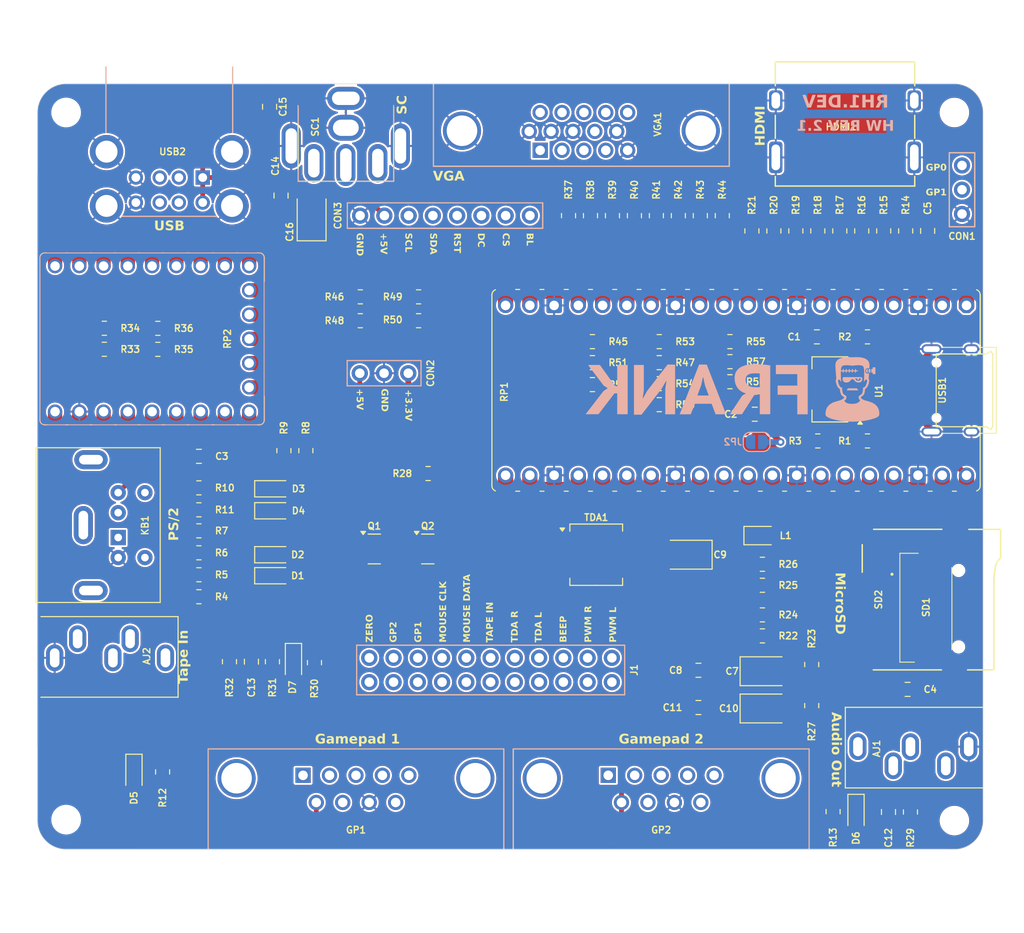
<source format=kicad_pcb>
(kicad_pcb (version 20240108) (generator "pcbnew") (generator_version "8.0")
  (title_block (title "FRANK") (date "2025-02-19") (rev "2.1") (company "Mikhail Matveev") (comment 1 "https://github.com/xtremespb/frank"))
  (layers (0 "F.Cu" signal) (31 "B.Cu" signal) (34 "B.Paste" user) (35 "F.Paste" user) (36 "B.SilkS" user "B.Silkscreen") (37 "F.SilkS" user "F.Silkscreen") (38 "B.Mask" user) (39 "F.Mask" user) (44 "Edge.Cuts" user))
  (net 0 "")
  (net 1 "/LOAD_IN_D")
  (net 2 "GND")
  (net 3 "/Audio Out/R*")
  (net 4 "/Audio Out/L*")
  (net 5 "/Audio Out/R")
  (net 6 "/Audio Out/L")
  (net 7 "VBUS")
  (net 8 "+3V3")
  (net 9 "/Composite/CVBS")
  (net 10 "/MS_DATA_3V")
  (net 11 "/MS_CLK_3V")
  (net 12 "/GP1_DATA")
  (net 13 "/GP2_DATA")
  (net 18 "Net-(GP1-Pad2)")
  (net 21 "Net-(GP2-Pad2)")
  (net 24 "/A_OUTR")
  (net 25 "/ZERO_VBUS")
  (net 26 "/A_OUTL")
  (net 27 "/A_OUTB")
  (net 28 "/A_TDAR")
  (net 29 "/A_TDAL")
  (net 30 "Net-(JP2-A)")
  (net 31 "/MS_CLK")
  (net 32 "/KB_CLK")
  (net 33 "/KB_DATA")
  (net 34 "/MS_DATA")
  (net 35 "Net-(C7-Pad1)")
  (net 36 "Net-(C10-Pad1)")
  (net 37 "Net-(C13-Pad2)")
  (net 38 "Net-(USB1-CC1)")
  (net 39 "Net-(USB1-CC2)")
  (net 40 "Net-(USB2-D1+)")
  (net 41 "/USB_D1P")
  (net 42 "/USB_D2P")
  (net 43 "Net-(USB2-D2+)")
  (net 44 "/USB_D1M")
  (net 45 "Net-(USB2-D1-)")
  (net 46 "/USB_D2M")
  (net 47 "Net-(USB2-D2-)")
  (net 48 "Net-(C16-Pad1)")
  (net 49 "Net-(D7-K)")
  (net 50 "Net-(D7-A)")
  (net 51 "Net-(L1-A)")
  (net 52 "/Pico/GPIO23")
  (net 53 "/Pico/5V_PICO")
  (net 54 "/RUN")
  (net 55 "/Pico/5V_PICO_1")
  (net 56 "/Pico/GPIO23_1")
  (net 57 "/Zero/ZGPIO29")
  (net 59 "/Zero/ZGPIO8")
  (net 60 "/Zero/ZGPIO10")
  (net 61 "/Zero/ZGPIO1")
  (net 62 "/Zero/ZGPIO0")
  (net 63 "/Zero/ZGPIO26")
  (net 64 "/Zero/ZGPIO1_1")
  (net 66 "/Zero/ZGPIO28")
  (net 67 "/Zero/ZGPIO7")
  (net 68 "/Zero/ZGPIO26_1")
  (net 69 "/Zero/ZGPIO9")
  (net 70 "/Zero/ZGPIO29_1")
  (net 71 "/Zero/ZGPIO27")
  (net 72 "/Zero/ZGPIO28_1")
  (net 73 "/Zero/ZGPIO27_1")
  (net 74 "/Zero/ZGPIO10_1")
  (net 75 "/Zero/ZGPIO13")
  (net 76 "/Zero/ZGPIO6")
  (net 77 "/Zero/ZGPIO13_1")
  (net 78 "/Zero/ZGPIO0_1")
  (net 79 "/Zero/ZGPIO6_1")
  (net 80 "/Zero/ZGPIO7_1")
  (net 81 "/Zero/ZGPIO8_1")
  (net 82 "/Zero/ZGPIO9_1")
  (net 83 "/Micro SD/DAT1")
  (net 84 "/Micro SD/DAT2")
  (net 85 "/Micro SD/POL")
  (net 86 "/Micro SD/DET")
  (net 87 "Net-(Q1-B)")
  (net 88 "Net-(R37-Pad2)")
  (net 89 "Net-(R38-Pad2)")
  (net 90 "Net-(R39-Pad2)")
  (net 91 "Net-(R43-Pad1)")
  (net 92 "Net-(R44-Pad1)")
  (net 93 "Net-(R45-Pad2)")
  (net 94 "Net-(R48-Pad1)")
  (net 95 "Net-(R50-Pad1)")
  (net 96 "Net-(R52-Pad1)")
  (net 97 "Net-(R54-Pad1)")
  (net 98 "Net-(R56-Pad1)")
  (net 99 "/Power/D-")
  (net 101 "/Power/D+")
  (net 103 "/Pico/GPIO29")
  (net 104 "/Pico/GPIO29_1")
  (net 105 "Net-(TDA1-FLT)")
  (net 106 "/GPIO8")
  (net 107 "/GPIO12")
  (net 108 "/GPIO6")
  (net 109 "/GPIO10")
  (net 110 "/GPIO13")
  (net 111 "/GPIO0")
  (net 112 "/GPIO1")
  (net 113 "/GPIO14")
  (net 114 "/GPIO15")
  (net 115 "/GPIO26")
  (net 116 "/GPIO27")
  (net 117 "/GPIO16")
  (net 118 "/GPIO22")
  (net 119 "/GPIO28")
  (net 120 "/GPIO21")
  (net 121 "/GPIO17")
  (net 122 "/GPIO19")
  (net 123 "/GPIO18")
  (net 124 "/GPIO20")
  (net 125 "/GPIO5")
  (net 126 "/GPIO2")
  (net 127 "/GPIO4")
  (net 128 "/GPIO3")
  (net 134 "Net-(HDMI1-D0P)")
  (net 137 "Net-(HDMI1-CLKN)")
  (net 138 "Net-(HDMI1-D2P)")
  (net 139 "Net-(HDMI1-D1N)")
  (net 141 "Net-(HDMI1-D1P)")
  (net 142 "Net-(HDMI1-D0N)")
  (net 144 "Net-(HDMI1-D2N)")
  (net 146 "Net-(HDMI1-CLKP)")
  (net 150 "/GPIO9")
  (net 151 "/GPIO7")
  (net 152 "/GPIO11")
  (footprint "FRANK:Diode (SOD-323)" (layer "F.Cu") (at 131.6 101.3 -90)
    (property "Reference" "D7")
    (property "Value" "1N4148")
  )
  (footprint "FRANK:Mounting Hole (2.7mm)" (layer "F.Cu") (at 107.8 117.74)
    (property "Reference" "H3" (hide yes))
    (property "Value" "Hole 2.7mm")
  )
  (footprint "FRANK:Diode (SOD-323)" (layer "F.Cu") (at 129.55 90)
    (property "Reference" "D2")
    (property "Value" "3V3")
  )
  (footprint "FRANK:LED (0805)" (layer "F.Cu") (at 180.625 88)
    (property "Reference" "L1")
    (property "Value" "Green")
  )
  (footprint "FRANK:Resistor (0805)" (layer "F.Cu") (at 121.7 89.8)
    (property "Reference" "R6")
    (property "Value" "100R")
  )
  (footprint "FRANK:Capacitor (3528, tantalum, polar)" (layer "F.Cu") (at 181 106.1)
    (property "Reference" "C10")
    (property "Value" "10u")
  )
  (footprint "FRANK:Diode (SOD-323)" (layer "F.Cu") (at 190.5 117.1 -90)
    (property "Reference" "D6")
    (property "Value" "3V3")
  )
  (footprint "FRANK:Capacitor (0805)" (layer "F.Cu") (at 193.9 116.9375 90)
    (property "Reference" "C12")
    (property "Value" "100n")
  )
  (footprint "FRANK:Resistor (0805)" (layer "F.Cu") (at 160.4 54.5 90)
    (property "Reference" "R37")
    (property "Value" "330R")
  )
  (footprint "FRANK:Resistor (0805)" (layer "F.Cu") (at 111.8 68.492)
    (property "Reference" "R33")
    (property "Value" "22R")
  )
  (footprint "FRANK:Resistor (0805)" (layer "F.Cu") (at 165 54.5 90)
    (property "Reference" "R39")
    (property "Value" "330R")
  )
  (footprint "FRANK:Resistor (0805)" (layer "F.Cu") (at 169.6 54.5 90)
    (property "Reference" "R41")
    (property "Value" "1K")
  )
  (footprint "FRANK:Resistor (0805)" (layer "F.Cu") (at 193.4 56.1 -90)
    (property "Reference" "R15")
    (property "Value" "270R")
  )
  (footprint "FRANK:Resistor (0805)" (layer "F.Cu") (at 177.3 71.89 180)
    (property "Reference" "R58")
    (property "Value" "300R")
  )
  (footprint "FRANK:D-SUB (9 pin, male, top mount)" (layer "F.Cu") (at 164.56 113.1)
    (property "Reference" "GP2")
    (property "Value" "D-SUB 9 Male")
  )
  (footprint "FRANK:Resistor (0805)" (layer "F.Cu") (at 144.7 65.5 180)
    (property "Reference" "R50")
    (property "Value" "150R")
  )
  (footprint "FRANK:Resistor (0805)" (layer "F.Cu") (at 162.9 72.19 180)
    (property "Reference" "R52")
    (property "Value" "150R")
  )
  (footprint "FRANK:Pin Header (1x08)" (layer "F.Cu") (at 138.58 54.5 90)
    (property "Reference" "CON3")
    (property "Value" "Pin Header 1x08")
  )
  (footprint "FRANK:Capacitor (0805)" (layer "F.Cu") (at 174 106 180)
    (property "Reference" "C11")
    (property "Value" "10n")
  )
  (footprint "FRANK:Resistor (0805)" (layer "F.Cu") (at 174.2 54.5 90)
    (property "Reference" "R43")
    (property "Value" "100R")
  )
  (footprint "FRANK:Resistor (0805)" (layer "F.Cu") (at 180.7 98.5 180)
    (property "Reference" "R22")
    (property "Value" "1K")
  )
  (footprint "FRANK:Resistor (0805)" (layer "F.Cu") (at 117.9 112.74 -90)
    (property "Reference" "R12")
    (property "Value" "1K")
  )
  (footprint "FRANK:Resistor (0805)" (layer "F.Cu") (at 169.9 74.29 180)
    (property "Reference" "R56")
    (property "Value" "150R")
  )
  (footprint "FRANK:Resistor (0805)" (layer "F.Cu") (at 177.3 69.79 180)
    (property "Reference" "R57")
    (property "Value" "270R")
  )
  (footprint "FRANK:Resistor (0805)" (layer "F.Cu") (at 186.5 78.09 180)
    (property "Reference" "R3")
    (property "Value" "1K")
  )
  (footprint "FRANK:Capacitor (0805)" (layer "F.Cu") (at 198 56.1 -90)
    (property "Reference" "C5")
    (property "Value" "100n")
  )
  (footprint "FRANK:Resistor (0805)" (layer "F.Cu") (at 145.7 81.5)
    (property "Reference" "R28")
    (property "Value" "10K")
  )
  (footprint "FRANK:Resistor (0805)" (layer "F.Cu") (at 121.7 83)
    (property "Reference" "R10")
    (property "Value" "100R")
  )
  (footprint "FRANK:Resistor (0805)" (layer "F.Cu") (at 111.8 66.292)
    (property "Reference" "R34")
    (property "Value" "22R")
  )
  (footprint "FRANK:Resistor (0805)" (layer "F.Cu") (at 180.7 93.2 180)
    (property "Reference" "R25")
    (property "Value" "2K")
  )
  (footprint "FRANK:SOT-23" (layer "F.Cu") (at 140.0625 89.4)
    (property "Reference" "Q1")
    (property "Value" "BC850")
  )
  (footprint "FRANK:Capacitor (3528, tantalum, polar)" (layer "F.Cu") (at 181 102.2)
    (property "Reference" "C7")
    (property "Value" "10u")
  )
  (footprint "FRANK:Resistor (0805)" (layer "F.Cu") (at 169.9 72.09)
    (property "Reference" "R54")
    (property "Value" "150R")
  )
  (footprint "FRANK:USB Type C" (layer "F.Cu") (at 205.185 72.79 90)
    (property "Reference" "USB1")
    (property "Value" "USB4215")
  )
  (footprint "FRANK:Resistor (0805)" (layer "F.Cu") (at 144.7 63 180)
    (property "Reference" "R49")
    (property "Value" "270R")
  )
  (footprint "FRANK:Capacitor (0805)" (layer "F.Cu") (at 174 102.1 180)
    (property "Reference" "C8")
    (property "Value" "10n")
  )
  (footprint "FRANK:Resistor (0805)" (layer "F.Cu") (at 138.6 65.5 180)
    (property "Reference" "R48")
    (property "Value" "150R")
  )
  (footprint "FRANK:SOIC-8" (layer "F.Cu") (at 163.3 90)
    (property "Reference" "TDA1")
    (property "Value" "TDA1387T")
  )
  (footprint "FRANK:Resistor (0805)" (layer "F.Cu") (at 121.7 92.1)
    (property "Reference" "R5")
    (property "Value" "100R")
  )
  (footprint "FRANK:Resistor (0805)" (layer "F.Cu") (at 124.9 101.2 -90)
    (property "Reference" "R32")
    (property "Value" "100R")
  )
  (footprint "FRANK:Resistor (0805)" (layer "F.Cu") (at 181.9 56.1 -90)
    (property "Reference" "R20")
    (property "Value" "270R")
  )
  (footprint "FRANK:Resistor (0805)" (layer "F.Cu") (at 188.1 116.9 -90)
    (property "Reference" "R13")
    (property "Value" "1K")
  )
  (footprint "FRANK:Resistor (0805)" (layer "F.Cu") (at 176.5 54.5 90)
    (property "Reference" "R44")
    (property "Value" "100R")
  )
  (footprint "FRANK:Resistor (0805)" (layer "F.Cu") (at 162.9 67.69 180)
    (property "Reference" "R45")
    (property "Value" "750R")
  )
  (footprint "FRANK:MicroSD (SMD, long)" (layer "F.Cu") (at 189.94 94.7 -90)
    (property "Reference" "SD2")
    (property "Value" "104031-0811")
  )
  (footprint "FRANK:SOT-223" (layer "F.Cu") (at 187.8 72.69 180)
    (property "Reference" "U1")
    (property "Value" "NCP1117 3.3")
  )
  (footprint "FRANK:Capacitor (0805)" (layer "F.Cu") (at 121.7 79.7)
    (property "Reference" "C3")
    (property "Value" "100n")
  )
  (footprint "FRANK:Diode (SOD-323)" (layer "F.Cu") (at 114.9 112.9 -90)
    (property "Reference" "D5")
    (property "Value" "3V3")
  )
  (footprint "FRANK:SOT-23" (layer "F.Cu") (at 145.6625 89.4)
    (property "Reference" "Q2")
    (property "Value" "BC850")
  )
  (footprint "FRANK:Capacitor (0805)" (layer "F.Cu") (at 195.9 104.1)
    (property "Reference" "C4")
    (property "Value" "100n")
  )
  (footprint "FRANK:Jack (3.5mm)" (layer "F.Cu") (at 202.3 110.1 -90)
    (property "Reference" "AJ1")
    (property "Value" "SJ1-353XNG")
  )
  (footprint "FRANK:Resistor (0805)" (layer "F.Cu") (at 117.4 66.3)
    (property "Reference" "R36")
    (property "Value" "22R")
  )
  (footprint "FRANK:Pin Header (1x03)" (layer "F.Cu") (at 201.6 54.325 180)
    (property "Reference" "CON1")
    (property "Value" "Pin Header 1x03")
  )
  (footprint "FRANK:Resistor (0805)" (layer "F.Cu") (at 121.7 94.4 180)
    (property "Reference" "R4")
    (property "Value" "1K")
  )
  (footprint "FRANK:Mounting Hole (2.7mm)" (layer "F.Cu") (at 200.8 117.84)
    (property "Reference" "H4" (hide yes))
    (property "Value" "Hole 2.7mm")
  )
  (footprint "FRANK:Jack (3.5mm)" (layer "F.Cu") (at 106.6 100.8 90)
    (property "Reference" "AJ2")
    (property "Value" "SJ1-353XNG")
  )
  (footprint "FRANK:Capacitor (3528, tantalum, polar)" (layer "F.Cu") (at 133.5 54.5 90)
    (property "Reference" "C16")
    (property "Value" "220u")
  )
  (footprint "FRANK:USB Type A (stacked)" (layer "F.Cu") (at 122.1 50.51 -90)
    (property "Reference" "USB2")
    (property "Value" "SS-52100-004")
  )
  (footprint "FRANK:Resistor (0805)" (layer "F.Cu") (at 191.7 78.09)
    (property "Reference" "R1")
    (property "Value" "5.1K")
  )
  (footprint "FRANK:Capacitor (0805)" (layer "F.Cu") (at 130.3 52.4 -90)
    (property "Reference" "C14")
    (property "Value" "10u")
  )
  (footprint "FRANK:Diode (SOD-323)" (layer "F.Cu") (at 129.55 85.4)
    (property "Reference" "D4")
    (property "Value" "3V3")
  )
  (footprint "FRANK:HDMI (female)" (layer "F.Cu") (at 189.35 48.4 180)
    (property "Reference" "HDMI1")
    (property "Value" "DC3RX19JA2")
  )
  (footprint "FRANK:Diode (SOD-323)" (layer "F.Cu") (at 129.55 92.2)
    (property "Reference" "D1")
    (property "Value" "3V3")
  )
  (footprint "FRANK:Resistor (0805)" (layer "F.Cu") (at 179.6 56.1 -90)
    (property "Reference" "R21")
    (property "Value" "270R")
  )
  (footprint "FRANK:Resistor (0805)" (layer "F.Cu") (at 130.6 79.1 90)
    (property "Reference" "R9")
    (property "Value" "1K")
  )
  (footprint "FRANK:Resistor (0805)" (layer "F.Cu") (at 132.9 79.1 90)
    (property "Reference" "R8")
    (property "Value" "1K")
  )
  (footprint "FRANK:Resistor (0805)" (layer "F.Cu") (at 180.7 96.3 180)
    (property "Reference" "R24")
    (property "Value" "2K")
  )
  (footprint "FRANK:D-SUB (15 pin, female)" (layer "F.Cu") (at 157.43 47.66 180)
    (property "Reference" "VGA1")
    (property "Value" "D-SUB 15 Female")
  )
  (footprint "FRANK:Raspberry Pi Zero" (layer "F.Cu") (at 116.8 67.4 90)
    (property "Reference" "RP2" (hide yes))
    (property "Value" "RP2040-Zero" (hide yes))
  )
  (footprint "FRANK:MicroSD (SMD, short)" (layer "F.Cu") (at 197.84 95.55 90)
    (property "Reference" "SD1")
    (property "Value" "0475710001" (hide yes))
  )
  (footprint "FRANK:Resistor (0805)" (layer "F.Cu") (at 121.7 85.3)
    (property "Reference" "R11")
    (property "Value" "100R")
  )
  (footprint "FRANK:Resistor (0805)" (layer "F.Cu") (at 133.8 101.3 90)
    (property "Reference" "R30")
    (property "Value" "10K")
  )
  (footprint "FRANK:Resistor (0805)" (layer "F.Cu") (at 121.7 87.5 180)
    (property "Reference" "R7")
    (property "Value" "1K")
  )
  (footprint "FRANK:Resistor (0805)" (layer "F.Cu") (at 180.7 91 180)
    (property "Reference" "R26")
    (property "Value" "1K")
  )
  (footprint "FRANK:Resistor (0805)" (layer "F.Cu") (at 162.9 69.89 180)
    (property "Reference" "R51")
    (property "Value" "270R")
  )
  (footprint "FRANK:Capacitor (0805)" (layer "F.Cu") (at 186.4 67.19 180)
    (property "Reference" "C1")
    (property "Value" "10u")
  )
  (footprint "FRANK:Pin Header (1x03)" (layer "F.Cu") (at 143.625 71 -90)
    (property "Reference" "CON2")
    (property "Value" "Pin Header 1x03")
  )
  (footprint "FRANK:Capacitor (0805)" (layer "F.Cu") (at 179.9 75.29 180)
    (property "Reference" "C2")
    (property "Value" "10u")
  )
  (footprint "FRANK:Resistor (0805)" (layer "F.Cu") (at 171.9 54.5 90)
    (property "Reference" "R42")
    (property "Value" "1K")
  )
  (footprint "FRANK:Resistor (0805)" (layer "F.Cu") (at 129.4 101.2 90)
    (property "Reference" "R31")
    (property "Value" "10K")
  )
  (footprint "FRANK:Resistor (0805)" (layer "F.Cu") (at 185.8625 101.5 90)
    (property "Reference" "R23")
    (property "Value" "330R")
  )
  (footprint "FRANK:Resistor (0805)" (layer "F.Cu") (at 188.8 56.1 -90)
    (property "Reference" "R17")
    (property "Value" "270R")
  )
  (footprint "FRANK:Resistor (0805)" (layer "F.Cu") (at 186.5 56.1 -90)
    (property "Reference" "R18")
    (property "Value" "270R")
  )
  (footprint "FRANK:Diode (SOD-323)" (layer "F.Cu") (at 129.55 83.1)
    (property "Reference" "D3")
    (property "Value" "3V3")
  )
  (footprint "FRANK:Resistor (0805)" (layer "F.Cu") (at 138.6 63)
    (property "Reference" "R46")
    (property "Value" "51R")
  )
  (footprint "FRANK:RCA" (layer "F.Cu") (at 137.085 45.9)
    (property "Reference" "SC1" (hide yes))
    (property "Value" "RCA-103" (hide yes))
  )
  (footprint "FRANK:D-SUB (9 pin, male, top mount)" (layer "F.Cu") (at 132.605 113.1)
    (property "Reference" "GP1")
    (property "Value" "D-SUB 9 Male")
  )
  (footprint "FRANK:Pin Header (2x11)" (layer "F.Cu") (at 164.94 100.8 -90)
    (property "Reference" "J1")
    (property "Value" "Pin Header 2x18" (hide yes))
  )
  (footprint "FRANK:MiniDIN (6 Pin, female)" (layer "F.Cu") (at 113.25 88.2 -90)
    (property "Reference" "KB1")
    (property "Value" "MDC-036")
  )
  (footprint "FRANK:Capacitor (0805)" (layer "F.Cu") (at 129.1 43.1 -90)
    (property "Reference" "C15")
    (property "Value" "10u")
  )
  (footprint "FRANK:Resistor (0805)" (layer "F.Cu") (at 169.9 69.89 180)
    (property "Reference" "R47")
    (property "Value" "270R")
  )
  (footprint "FRANK:Resistor (0805)" (layer "F.Cu") (at 162.7 54.5 90)
    (property "Reference" "R38")
    (property "Value" "330R")
  )
  (footprint "FRANK:Resistor (0805)" (layer "F.Cu") (at 177.3 67.69 180)
    (property "Reference" "R55")
    (property "Value" "270R")
  )
  (footprint "FRANK:Resistor (0805)" (layer "F.Cu") (at 196.2 116.9375 90)
    (property "Reference" "R29")
    (property "Value" "1K")
  )
  (footprint "FRANK:Resistor (0805)" (layer "F.Cu") (at 185.8625 105.8 -90)
    (property "Reference" "R27")
    (property "Value" "330R")
  )
  (footprint "FRANK:Resistor (0805)" (layer "F.Cu") (at 191.1 56.1 -90)
    (property "Reference" "R16")
    (property "Value" "270R")
  )
  (footprint "FRANK:Resistor (0805)" (layer "F.Cu") (at 184.2 56.1 -90)
    (property "Reference" "R19")
    (property "Value" "270R")
  )
  (footprint "FRANK:Resistor (0805)" (layer "F.Cu") (at 117.4 68.5)
    (property "Reference" "R35")
    (property "Value" "22R")
  )
  (footprint "FRANK:Resistor (0805)" (layer "F.Cu") (at 167.3 54.5 90)
    (property "Reference" "R40")
    (property "Value" "1K")
  )
  (footprint "FRANK:Resistor (0805)" (layer "F.Cu") (at 169.9 67.69 180)
    (property "Reference" "R53")
    (property "Value" "270R")
  )
  (footprint "FRANK:Resistor (0805)" (layer "F.Cu") (at 195.7 56.1 -90)
    (property "Reference" "R14")
    (property "Value" "270R")
  )
  (footprint "FRANK:Raspberry Pi Pico" (layer "F.Cu") (at 202.07 63.9 -90)
    (property "Reference" "RP1")
    (property "Value" "Rasberry Pi Pico")
  )
  (footprint "FRANK:Capacitor (0805)" (layer "F.Cu") (at 127.2 101.2 -90)
    (property "Reference" "C13")
    (property "Value" "100n")
  )
  (footprint "FRANK:Resistor (0805)" (layer "F.Cu") (at 191.7 67.19)
    (property "Reference" "R2")
    (property "Value" "5.1K")
  )
  (footprint "FRANK:Mounting Hole (2.7mm)" (layer "F.Cu") (at 200.8 43.7)
    (property "Reference" "H2" (hide yes))
    (property "Value" "Hole 2.7mm")
  )
  (footprint "FRANK:Capacitor (3528, tantalum, polar)" (layer "F.Cu") (at 172.8 90 180)
    (property "Reference" "C9")
    (property "Value" "10u")
  )
  (footprint "FRANK:Mounting Hole (2.7mm)" (layer "F.Cu") (at 107.8 43.7)
    (property "Reference" "H1" (hide yes))
    (property "Value" "Hole 2.7mm")
  )
  (footprint "FRANK:Jumper (solder)" (layer "B.Cu") (at 180.1 78.19)
    (property "Reference" "JP2")
    (property "Value" "Jumper (Solder)")
  )
  (gr_poly (pts (xy 165.497129 72.402812) (xy 165.23519 72.291687) (xy 163.687377 70.132687) (xy 162.441188 70.132687) (xy 164.076313 72.291687) (xy 164.504938 72.569499) (xy 164.060438 72.863187) (xy 162.187187 75.292062) (xy 163.536562 75.292062) (xy 165.211377 73.109249) (xy 165.497129 73.109249) (xy 165.497129 75.292062) (xy 166.592503 75.292062) (xy 166.592503 70.132687) (xy 165.497129 70.132687)) (stroke (width -0.000001)) (fill solid) (layer "B.SilkS"))
  (gr_poly (pts (xy 182.110314 71.093125) (xy 184.348689 71.093125) (xy 184.348689 72.291687) (xy 182.292877 72.291687) (xy 182.292877 73.252124) (xy 184.348689 73.252124) (xy 184.348689 75.299999) (xy 185.444065 75.299999) (xy 185.444065 70.132687) (xy 182.110314 70.132687)) (stroke (width -0.000001)) (fill solid) (layer "B.SilkS"))
  (gr_poly (pts (xy 168.632437 72.847312) (xy 168.211753 73.601374) (xy 168.164127 73.601374) (xy 168.283189 72.839375) (xy 168.283189 70.132687) (xy 167.251314 70.132687) (xy 167.251314 75.339687) (xy 168.045065 75.339687) (xy 170.164378 72.60125) (xy 170.608878 71.823375) (xy 170.648566 71.823375) (xy 170.529502 72.609187) (xy 170.529502 75.3) (xy 171.561376 75.3) (xy 171.561376 70.092999) (xy 170.767628 70.092999)) (stroke (width -0.000001)) (fill solid) (layer "B.SilkS"))
  (gr_poly (pts (xy 189.2174 71.404191) (xy 189.198199 71.40858) (xy 189.18059 71.415669) (xy 189.16458 71.425275) (xy 189.150175 71.437211) (xy 189.137381 71.451294) (xy 189.126202 71.46734) (xy 189.116645 71.485163) (xy 189.108717 71.504578) (xy 189.102421 71.525402) (xy 189.097766 71.54745) (xy 189.094755 71.570537) (xy 189.093396 71.594479) (xy 189.093693 71.61909) (xy 189.095653 71.644187) (xy 189.099282 71.669585) (xy 189.104585 71.6951) (xy 189.111568 71.720545) (xy 189.120237 71.745738) (xy 189.130598 71.770494) (xy 189.142656 71.794627) (xy 189.156418 71.817954) (xy 189.171889 71.84029) (xy 189.189075 71.86145) (xy 189.207982 71.881249) (xy 189.228615 71.899503) (xy 189.250981 71.916028) (xy 189.275085 71.930639) (xy 189.300934 71.943151) (xy 189.328532 71.95338) (xy 189.357886 71.961141) (xy 189.389001 71.966249) (xy 189.436489 71.970947) (xy 189.480832 71.973229) (xy 189.522188 71.973239) (xy 189.560711 71.971117) (xy 189.596561 71.967008) (xy 189.629893 71.961052) (xy 189.660865 71.953393) (xy 189.689634 71.944173) (xy 189.716356 71.933535) (xy 189.741189 71.92162) (xy 189.764289 71.908572) (xy 189.785814 71.894533) (xy 189.80592 71.879645) (xy 189.824765 71.86405) (xy 189.842505 71.847892) (xy 189.859298 71.831312) (xy 189.890668 71.797457) (xy 189.920131 71.763626) (xy 189.948943 71.730958) (xy 189.97836 71.700591) (xy 189.993688 71.686628) (xy 190.009637 71.673667) (xy 190.026366 71.661851) (xy 190.044031 71.651323) (xy 190.062788 71.642225) (xy 190.082796 71.6347) (xy 190.10421 71.62889) (xy 190.127188 71.624937) (xy 190.150122 71.628845) (xy 190.171407 71.634525) (xy 190.191209 71.641846) (xy 190.209695 71.650672) (xy 190.22703 71.66087) (xy 190.243379 71.672306) (xy 190.258908 71.684847) (xy 190.273784 71.698359) (xy 190.302236 71.72776) (xy 190.33006 71.75944) (xy 190.358581 71.79233) (xy 190.389126 71.825359) (xy 190.423019 71.857457) (xy 190.441636 71.872824) (xy 190.461586 71.887556) (xy 190.483037 71.901522) (xy 190.506153 71.914586) (xy 190.531101 71.926615) (xy 190.558046 71.937476) (xy 190.587153 71.947034) (xy 190.618588 71.955157) (xy 190.652518 71.96171) (xy 190.689107 71.966559) (xy 190.728522 71.969572) (xy 190.770928 71.970613) (xy 190.816491 71.96955) (xy 190.865376 71.966249) (xy 190.896491 71.961839) (xy 190.925845 71.954688) (xy 190.953443 71.944985) (xy 190.979291 71.932918) (xy 191.003395 71.918677) (xy 191.025761 71.902451) (xy 191.046395 71.884428) (xy 191.065302 71.864798) (xy 191.082488 71.84375) (xy 191.097959 71.821471) (xy 191.11172 71.798153) (xy 191.123779 71.773982) (xy 191.134139 71.749149) (xy 191.142809 71.723842) (xy 191.149792 71.69825) (xy 191.155095 71.672562) (xy 191.158723 71.646967) (xy 191.160683 71.621654) (xy 191.160981 71.596812) (xy 191.159621 71.57263) (xy 191.156611 71.549297) (xy 191.155831 71.545562) (xy 191.016188 71.545562) (xy 191.014979 71.556135) (xy 191.012944 71.56827) (xy 191.009491 71.584009) (xy 191.00427 71.602632) (xy 190.996933 71.623418) (xy 190.987132 71.645645) (xy 190.981198 71.657074) (xy 190.974516 71.668593) (xy 190.967044 71.680113) (xy 190.958738 71.691542) (xy 190.949554 71.70279) (xy 190.939449 71.713769) (xy 190.928378 71.724387) (xy 190.916299 71.734555) (xy 190.903167 71.744181) (xy 190.88894 71.753177) (xy 190.873573 71.761453) (xy 190.857024 71.768917) (xy 190.839247 71.77548) (xy 190.8202 71.781052) (xy 190.799839 71.785542) (xy 190.778121 71.788861) (xy 190.755002 71.790919) (xy 190.730438 71.791625) (xy 190.70513 71.790919) (xy 190.681269 71.788861) (xy 190.658811 71.785542) (xy 190.637715 71.781052) (xy 190.617939 71.77548) (xy 190.59944 71.768917) (xy 190.582177 71.761453) (xy 190.566107 71.753177) (xy 190.551188 71.744181) (xy 190.537378 71.734554) (xy 190.524635 71.724387) (xy 190.512917 71.713769) (xy 190.502181 71.70279) (xy 190.492385 71.691542) (xy 190.483487 71.680112) (xy 190.475446 71.668593) (xy 190.468218 71.657074) (xy 190.461763 71.645645) (xy 190.456037 71.634396) (xy 190.450998 71.623418) (xy 190.442814 71.602632) (xy 190.436875 71.584009) (xy 190.432842 71.56827) (xy 190.430379 71.556135) (xy 190.428813 71.545562) (xy 190.627251 71.545562) (xy 190.62429 71.551515) (xy 190.621421 71.557468) (xy 190.618739 71.563421) (xy 190.617497 71.566398) (xy 190.616336 71.569375) (xy 190.615269 71.572351) (xy 190.614306 71.575328) (xy 190.613459 71.578304) (xy 190.61274 71.581281) (xy 190.61216 71.584257) (xy 190.611732 71.587234) (xy 190.611467 71.59021) (xy 190.611376 71.593187) (xy 190.611514 71.598372) (xy 190.611924 71.603502) (xy 190.612599 71.608572) (xy 190.61353 71.613573) (xy 190.614712 71.618499) (xy 190.616137 71.623342) (xy 190.617797 71.628095) (xy 190.619685 71.63275) (xy 190.621794 71.637301) (xy 190.624117 71.64174) (xy 190.626646 71.64606) (xy 190.629374 71.650253) (xy 190.632295 71.654313) (xy 190.635399 71.658231) (xy 190.638681 71.662002) (xy 190.642133 71.665617) (xy 190.645748 71.669069) (xy 190.649519 71.672351) (xy 190.653437 71.675455) (xy 190.657497 71.678376) (xy 190.66169 71.681104) (xy 190.66601 71.683633) (xy 190.670449 71.685956) (xy 190.675 71.688065) (xy 190.679655 71.689953) (xy 190.684408 71.691613) (xy 190.689251 71.693038) (xy 190.694177 71.694219) (xy 190.699178 71.695151) (xy 190.704248 71.695826) (xy 190.709379 71.696236) (xy 190.714563 71.696374) (xy 190.719748 71.696236) (xy 190.724878 71.695826) (xy 190.729948 71.695151) (xy 190.73495 71.694219) (xy 190.739875 71.693038) (xy 190.744718 71.691613) (xy 190.749471 71.689953) (xy 190.754127 71.688065) (xy 190.758678 71.685956) (xy 190.763116 71.683633) (xy 190.767436 71.681104) (xy 190.771629 71.678376) (xy 190.775689 71.675455) (xy 190.779608 71.672351) (xy 190.783378 71.669069) (xy 190.786993 71.665617) (xy 190.790445 71.662002) (xy 190.793727 71.658231) (xy 190.796832 71.654313) (xy 190.799752 71.650253) (xy 190.80248 71.64606) (xy 190.805009 71.64174) (xy 190.807332 71.637301) (xy 190.809441 71.63275) (xy 190.811329 71.628095) (xy 190.812989 71.623342) (xy 190.814414 71.618499) (xy 190.815596 71.613573) (xy 190.816528 71.608572) (xy 190.817202 71.603502) (xy 190.817612 71.598372) (xy 190.817751 71.593187) (xy 190.81766 71.590211) (xy 190.817394 71.587234) (xy 190.816966 71.584257) (xy 190.816386 71.581281) (xy 190.815667 71.578304) (xy 190.81482 71.575328) (xy 190.813857 71.572351) (xy 190.81279 71.569375) (xy 190.811629 71.566398) (xy 190.810387 71.563422) (xy 190.807705 71.557469) (xy 190.804836 71.551515) (xy 190.801875 71.545562) (xy 191.016188 71.545562) (xy 191.155831 71.545562) (xy 191.151955 71.527001) (xy 191.14566 71.505932) (xy 191.137731 71.486279) (xy 191.128175 71.46823) (xy 191.116996 71.451975) (xy 191.104201 71.437702) (xy 191.089796 71.4256) (xy 191.073787 71.415859) (xy 191.056178 71.408667) (xy 191.036977 71.404214) (xy 191.016188 71.402687) (xy 189.238188 71.402687)) (stroke (width -0.000001)) (fill solid) (layer "B.SilkS"))
  (gr_poly (pts (xy 191.668351 70.553628) (xy 191.661802 70.55438) (xy 191.65536 70.555618) (xy 191.649033 70.557328) (xy 191.642828 70.559497) (xy 191.636753 70.562112) (xy 191.630814 70.565161) (xy 191.625019 70.568629) (xy 191.619375 70.572505) (xy 191.61389 70.576774) (xy 191.60857 70.581424) (xy 191.603424 70.586442) (xy 191.593678 70.597529) (xy 191.584712 70.609929) (xy 191.576582 70.623539) (xy 191.569348 70.638253) (xy 191.563068 70.653967) (xy 191.557799 70.670577) (xy 191.553599 70.687977) (xy 191.550528 70.706063) (xy 191.548642 70.72473) (xy 191.548001 70.743875) (xy 191.548162 70.7535) (xy 191.548642 70.763019) (xy 191.549433 70.772419) (xy 191.550528 70.781686) (xy 191.551919 70.790808) (xy 191.553599 70.799772) (xy 191.555561 70.808565) (xy 191.557799 70.817172) (xy 191.560303 70.825583) (xy 191.563068 70.833782) (xy 191.566085 70.841757) (xy 191.569348 70.849496) (xy 191.57285 70.856985) (xy 191.576582 70.86421) (xy 191.580539 70.87116) (xy 191.584712 70.87782) (xy 191.589094 70.884178) (xy 191.593678 70.89022) (xy 191.598457 70.895934) (xy 191.603424 70.901307) (xy 191.60857 70.906325) (xy 191.61389 70.910975) (xy 191.619375 70.915244) (xy 191.625019 70.91912) (xy 191.630814 70.922588) (xy 191.636753 70.925637) (xy 191.642828 70.928252) (xy 191.649033 70.930421) (xy 191.65536 70.932131) (xy 191.661802 70.933369) (xy 191.668351 70.934121) (xy 191.675001 70.934375) (xy 191.722626 70.934375) (xy 191.722626 70.553375) (xy 191.675001 70.553375)) (stroke (width -0.000001)) (fill solid) (layer "B.SilkS"))
  (gr_poly (pts (xy 189.516001 72.791749) (xy 190.738376 72.791749) (xy 190.595501 72.577437) (xy 189.658876 72.577437)) (stroke (width -0.000001)) (fill solid) (layer "B.SilkS"))
  (gr_poly (pts (xy 190.431093 69.313938) (xy 190.283855 69.320076) (xy 190.127187 69.330999) (xy 189.97052 69.320076) (xy 189.823282 69.313938) (xy 189.685179 69.312346) (xy 189.55592 69.315062) (xy 189.435213 69.321847) (xy 189.322766 69.332464) (xy 189.218286 69.346673) (xy 189.121482 69.364237) (xy 189.03206 69.384917) (xy 188.94973 69.408475) (xy 188.874199 69.434672) (xy 188.805175 69.46327) (xy 188.742366 69.494031) (xy 188.685479 69.526716) (xy 188.634223 69.561087) (xy 188.588305 69.596905) (xy 188.547433 69.633933) (xy 188.511315 69.671932) (xy 188.47966 69.710663) (xy 188.452174 69.749888) (xy 188.428565 69.789369) (xy 188.408543 69.828868) (xy 188.391813 69.868145) (xy 188.378085 69.906964) (xy 188.367066 69.945085) (xy 188.358464 69.982269) (xy 188.347343 70.052877) (xy 188.342384 70.116881) (xy 188.34125 70.172374) (xy 188.344366 70.288429) (xy 188.352784 70.453411) (xy 188.379945 70.866905) (xy 188.411571 71.286352) (xy 188.4365 71.585249) (xy 188.428562 71.601124) (xy 188.422795 71.610327) (xy 188.4174 71.620053) (xy 188.412377 71.630267) (xy 188.407726 71.640935) (xy 188.403448 71.652022) (xy 188.399541 71.663492) (xy 188.396006 71.675311) (xy 188.392844 71.687444) (xy 188.390053 71.699856) (xy 188.387635 71.712512) (xy 188.385588 71.725378) (xy 188.383914 71.738418) (xy 188.382612 71.751597) (xy 188.381681 71.764881) (xy 188.381123 71.778235) (xy 188.380937 71.791624) (xy 188.381325 71.815824) (xy 188.38255 71.840861) (xy 188.384705 71.866829) (xy 188.387883 71.893819) (xy 188.392177 71.921926) (xy 188.397681 71.951242) (xy 188.404487 71.98186) (xy 188.412688 72.013874) (xy 188.430547 72.074196) (xy 188.448407 72.130332) (xy 188.466266 72.182561) (xy 188.484125 72.231163) (xy 188.501985 72.276416) (xy 188.519844 72.318599) (xy 188.537703 72.357992) (xy 188.555563 72.394874) (xy 188.565985 72.412454) (xy 188.57643 72.429476) (xy 188.586921 72.44594) (xy 188.597483 72.461847) (xy 188.608137 72.477194) (xy 188.618908 72.491984) (xy 188.629818 72.506216) (xy 188.640891 72.51989) (xy 188.65215 72.533005) (xy 188.663619 72.545562) (xy 188.675319 72.557562) (xy 188.687276 72.569003) (xy 188.699512 72.579886) (xy 188.71205 72.590211) (xy 188.724913 72.599978) (xy 188.738126 72.609186) (xy 188.755985 72.620969) (xy 188.764915 72.626627) (xy 188.773844 72.632007) (xy 188.782774 72.637014) (xy 188.787239 72.639349) (xy 188.791704 72.641557) (xy 188.796168 72.643624) (xy 188.800633 72.645541) (xy 188.805098 72.647295) (xy 188.809563 72.648874) (xy 188.81564 72.724652) (xy 188.818911 72.761193) (xy 188.822462 72.79671) (xy 188.826384 72.831111) (xy 188.830771 72.864303) (xy 188.835717 72.896192) (xy 188.841313 72.926686) (xy 188.850243 72.964281) (xy 188.859173 72.999736) (xy 188.868102 73.033145) (xy 188.877032 73.0646) (xy 188.885962 73.094195) (xy 188.894892 73.122023) (xy 188.903821 73.148177) (xy 188.912751 73.172749) (xy 188.922132 73.194521) (xy 188.932362 73.215211) (xy 188.943359 73.234855) (xy 188.955043 73.253488) (xy 188.967331 73.271144) (xy 188.980142 73.287858) (xy 188.993395 73.303665) (xy 189.007009 73.3186) (xy 189.020901 73.332698) (xy 189.034991 73.345994) (xy 189.049198 73.358522) (xy 189.063439 73.370318) (xy 189.077634 73.381416) (xy 189.091701 73.391852) (xy 189.105559 73.401659) (xy 189.119126 73.410874) (xy 189.159185 73.439151) (xy 189.195524 73.464452) (xy 189.227398 73.486776) (xy 189.241428 73.496822) (xy 189.254063 73.506124) (xy 189.254063 73.537874) (xy 189.254017 73.541564) (xy 189.253691 73.546556) (xy 189.253337 73.549482) (xy 189.252808 73.552664) (xy 189.252069 73.556078) (xy 189.251087 73.559702) (xy 189.249825 73.563512) (xy 189.24825 73.567484) (xy 189.246325 73.571597) (xy 189.244017 73.575825) (xy 189.241291 73.580147) (xy 189.238111 73.584538) (xy 189.234442 73.588976) (xy 189.232414 73.591205) (xy 189.230251 73.593437) (xy 189.227001 73.597992) (xy 189.223228 73.602723) (xy 189.218967 73.607616) (xy 189.214252 73.61266) (xy 189.209118 73.617844) (xy 189.203601 73.623156) (xy 189.191556 73.634116) (xy 189.178394 73.645449) (xy 189.164394 73.65706) (xy 189.135001 73.680749) (xy 189.118271 73.692558) (xy 189.100879 73.704158) (xy 189.082905 73.715526) (xy 189.064432 73.726638) (xy 189.02631 73.748001) (xy 188.987165 73.768061) (xy 188.947648 73.786634) (xy 188.90841 73.803532) (xy 188.870102 73.81857) (xy 188.833376 73.831561) (xy 188.808106 73.840507) (xy 188.780046 73.849545) (xy 188.749381 73.858769) (xy 188.716298 73.868272) (xy 188.563501 73.910936) (xy 188.393837 73.960546) (xy 188.347932 73.974344) (xy 188.301191 73.989071) (xy 188.253892 74.004915) (xy 188.206314 74.022061) (xy 188.15853 74.040585) (xy 188.110536 74.060493) (xy 188.062497 74.081866) (xy 188.014573 74.104785) (xy 187.966929 74.129332) (xy 187.919726 74.155588) (xy 187.873128 74.183635) (xy 187.827297 74.213554) (xy 187.782397 74.245426) (xy 187.73859 74.279333) (xy 187.696038 74.315356) (xy 187.654905 74.353576) (xy 187.615353 74.394076) (xy 187.577545 74.436936) (xy 187.541644 74.482237) (xy 187.507813 74.530062) (xy 187.486051 74.563453) (xy 187.465428 74.598135) (xy 187.445968 74.634096) (xy 187.427694 74.671325) (xy 187.410629 74.709809) (xy 187.394797 74.749537) (xy 187.38022 74.790498) (xy 187.366922 74.832679) (xy 187.354927 74.87607) (xy 187.344257 74.920658) (xy 187.334936 74.966433) (xy 187.326987 75.013381) (xy 187.320433 75.061492) (xy 187.315298 75.110755) (xy 187.311604 75.161157) (xy 187.309376 75.212686) (xy 187.3095 75.248529) (xy 187.309795 75.266683) (xy 187.310368 75.285116) (xy 187.311314 75.303921) (xy 187.312725 75.323191) (xy 187.314694 75.34302) (xy 187.317314 75.363499) (xy 187.317496 75.36945) (xy 187.318027 75.37539) (xy 187.318883 75.381306) (xy 187.320042 75.387188) (xy 187.32148 75.393022) (xy 187.323174 75.398799) (xy 187.3251 75.404506) (xy 187.327236 75.410132) (xy 187.329557 75.415664) (xy 187.332041 75.421092) (xy 187.334665 75.426404) (xy 187.337405 75.431588) (xy 187.340239 75.436632) (xy 187.343142 75.441525) (xy 187.346091 75.446256) (xy 187.349064 75.450812) (xy 187.355032 75.459726) (xy 187.361094 75.468547) (xy 187.364189 75.472894) (xy 187.367342 75.477182) (xy 187.370564 75.481401) (xy 187.373868 75.485538) (xy 187.377265 75.489583) (xy 187.380767 75.493522) (xy 187.384385 75.497346) (xy 187.388131 75.501041) (xy 187.392016 75.504597) (xy 187.396053 75.508002) (xy 187.400252 75.511244) (xy 187.404626 75.514312) (xy 187.422873 75.528854) (xy 187.441957 75.542837) (xy 187.461971 75.556449) (xy 187.483009 75.569874) (xy 187.505162 75.5833) (xy 187.528525 75.596911) (xy 187.579251 75.625437) (xy 187.632457 75.65221) (xy 187.690872 75.678891) (xy 187.754496 75.705385) (xy 187.823329 75.731601) (xy 187.89737 75.757444) (xy 187.976621 75.782822) (xy 188.061081 75.807643) (xy 188.15075 75.831812) (xy 188.341467 75.880785) (xy 188.549858 75.925945) (xy 188.774992 75.966455) (xy 189.015938 76.001476) (xy 189.271768 76.030172) (xy 189.54155 76.051705) (xy 189.824354 76.06524) (xy 190.119251 76.069937) (xy 190.302933 76.066803) (xy 190.481802 76.060496) (xy 190.655695 76.051188) (xy 190.824448 76.039055) (xy 190.987899 76.024271) (xy 191.145886 76.00701) (xy 191.298244 75.987448) (xy 191.444813 75.965757) (xy 191.585428 75.942113) (xy 191.719928 75.91669) (xy 191.848149 75.889663) (xy 191.969928 75.861205) (xy 192.085103 75.831492) (xy 192.193511 75.800698) (xy 192.29499 75.768996) (xy 192.389375 75.736562) (xy 192.450023 75.715711) (xy 192.50695 75.694766) (xy 192.560156 75.673636) (xy 192.585363 75.662972) (xy 192.609641 75.652226) (xy 192.632988 75.641388) (xy 192.655406 75.630445) (xy 192.676893 75.619385) (xy 192.69745 75.608198) (xy 192.717076 75.596871) (xy 192.735773 75.585393) (xy 192.753539 75.573752) (xy 192.770375 75.561937) (xy 192.780609 75.55598) (xy 192.790483 75.55) (xy 192.800007 75.543973) (xy 192.809195 75.537877) (xy 192.818057 75.531687) (xy 192.826605 75.525381) (xy 192.83485 75.518936) (xy 192.842805 75.512328) (xy 192.850481 75.505533) (xy 192.85789 75.49853) (xy 192.865042 75.491294) (xy 192.871951 75.483802) (xy 192.878627 75.476031) (xy 192.885082 75.467958) (xy 192.891327 75.45956) (xy 192.897375 75.450812) (xy 192.903298 75.441851) (xy 192.909034 75.432705) (xy 192.911774 75.428004) (xy 192.914398 75.423186) (xy 192.916882 75.418229) (xy 192.919204 75.413109) (xy 192.921339 75.407803) (xy 192.923265 75.402288) (xy 192.924959 75.39654) (xy 192.926397 75.390537) (xy 192.927556 75.384254) (xy 192.928412 75.377669) (xy 192.928943 75.370759) (xy 192.929125 75.363499) (xy 192.931745 75.345299) (xy 192.933714 75.326541) (xy 192.935125 75.30741) (xy 192.936071 75.288093) (xy 192.936644 75.268777) (xy 192.936939 75.249646) (xy 192.937063 75.212687) (xy 192.9366 75.174273) (xy 192.935218 75.136428) (xy 192.93293 75.099165) (xy 192.929746 75.062494) (xy 192.925678 75.026429) (xy 192.920738 74.990979) (xy 192.914938 74.956158) (xy 192.90829 74.921976) (xy 192.900804 74.888445) (xy 192.892492 74.855577) (xy 192.883367 74.823383) (xy 192.873439 74.791875) (xy 192.862721 74.761065) (xy 192.851223 74.730964) (xy 192.838959 74.701584) (xy 192.825938 74.672937) (xy 192.812177 74.64494) (xy 192.797707 74.617514) (xy 192.782563 74.590669) (xy 192.766779 74.564416) (xy 192.75039 74.538769) (xy 192.733432 74.513737) (xy 192.715939 74.489334) (xy 192.697946 74.46557) (xy 192.679488 74.442457) (xy 192.660599 74.420007) (xy 192.641316 74.398231) (xy 192.621671 74.377141) (xy 192.601702 74.356749) (xy 192.581441 74.337066) (xy 192.560925 74.318104) (xy 192.540188 74.299875) (xy 192.497888 74.265255) (xy 192.454426 74.232762) (xy 192.40994 74.202293) (xy 192.364571 74.173743) (xy 192.318457 74.147006) (xy 192.271739 74.121979) (xy 192.224556 74.098556) (xy 192.177047 74.076633) (xy 192.129353 74.056105) (xy 192.081611 74.036868) (xy 191.986547 74.001847) (xy 191.892972 73.970732) (xy 191.802001 73.942687) (xy 191.745911 73.925541) (xy 191.691124 73.909697) (xy 191.587688 73.881172) (xy 191.496159 73.855623) (xy 191.456254 73.843499) (xy 191.421001 73.831562) (xy 191.393529 73.821919) (xy 191.364942 73.810974) (xy 191.33561 73.798913) (xy 191.305907 73.785921) (xy 191.276203 73.772186) (xy 191.246872 73.757892) (xy 191.218284 73.743226) (xy 191.190813 73.728374) (xy 191.176124 73.72084) (xy 191.161854 73.71312) (xy 191.148048 73.705213) (xy 191.134754 73.697121) (xy 191.122019 73.688842) (xy 191.109888 73.680377) (xy 191.098408 73.671727) (xy 191.087625 73.66289) (xy 191.077587 73.653867) (xy 191.06834 73.644658) (xy 191.059929 73.635264) (xy 191.056053 73.630496) (xy 191.052403 73.625683) (xy 191.048985 73.620823) (xy 191.045806 73.615916) (xy 191.042871 73.610963) (xy 191.040186 73.605963) (xy 191.037757 73.600917) (xy 191.035589 73.595824) (xy 191.033689 73.590685) (xy 191.032062 73.585499) (xy 191.026481 73.576926) (xy 191.02397 73.572889) (xy 191.021644 73.569004) (xy 191.019505 73.565258) (xy 191.017551 73.56164) (xy 191.015784 73.558138) (xy 191.014203 73.554741) (xy 191.012808 73.551437) (xy 191.011598 73.548214) (xy 191.010575 73.545061) (xy 191.009738 73.541967) (xy 191.009087 73.538918) (xy 191.008622 73.535905) (xy 191.008343 73.532915) (xy 191.00825 73.529936) (xy 191.00825 73.498186) (xy 191.020885 73.488884) (xy 191.034915 73.478838) (xy 191.066789 73.456514) (xy 191.103128 73.431213) (xy 191.143187 73.402936) (xy 191.170612 73.383914) (xy 191.184679 73.373479) (xy 191.198874 73.36238) (xy 191.213115 73.350585) (xy 191.227322 73.338056) (xy 191.241412 73.324761) (xy 191.255304 73.310663) (xy 191.268918 73.295728) (xy 191.282171 73.27992) (xy 191.294982 73.263206) (xy 191.30727 73.24555) (xy 191.318954 73.226918) (xy 191.329951 73.207274) (xy 191.340181 73.186583) (xy 191.349562 73.164811) (xy 191.355422 73.154025) (xy 191.361096 73.142518) (xy 191.366584 73.130313) (xy 191.371886 73.117434) (xy 191.377002 73.103904) (xy 191.381932 73.089746) (xy 191.391234 73.059639) (xy 191.399792 73.0273) (xy 191.407605 72.992915) (xy 191.414675 72.956669) (xy 191.421 72.918749) (xy 191.426596 72.885976) (xy 191.431542 72.853016) (xy 191.435929 72.819685) (xy 191.439851 72.785796) (xy 191.446673 72.715598) (xy 191.45275 72.640936) (xy 191.457215 72.639357) (xy 191.461679 72.637603) (xy 191.466144 72.635687) (xy 191.470609 72.633619) (xy 191.475074 72.631412) (xy 191.479539 72.629077) (xy 191.488469 72.624069) (xy 191.497398 72.61869) (xy 191.506328 72.613031) (xy 191.524187 72.601249) (xy 191.533026 72.595201) (xy 191.54169 72.588955) (xy 191.550192 72.5825) (xy 191.558542 72.575824) (xy 191.566753 72.568915) (xy 191.574835 72.561763) (xy 191.582802 72.554354) (xy 191.590664 72.546678) (xy 191.598433 72.538724) (xy 191.60612 72.530478) (xy 191.613738 72.52193) (xy 191.621298 72.513068) (xy 191.628811 72.503881) (xy 191.636289 72.494356) (xy 191.643744 72.484483) (xy 191.651187 72.474249) (xy 191.665799 72.454426) (xy 191.679899 72.433616) (xy 191.693534 72.411758) (xy 191.70675 72.388797) (xy 191.719594 72.364672) (xy 191.732113 72.339327) (xy 191.744352 72.312702) (xy 191.756359 72.284741) (xy 191.779862 72.224574) (xy 191.802992 72.158361) (xy 191.826122 72.085637) (xy 191.849625 72.005936) (xy 191.857826 71.973923) (xy 191.864632 71.943304) (xy 191.870135 71.913988) (xy 191.874429 71.885882) (xy 191.877608 71.858891) (xy 191.879762 71.832924) (xy 191.880987 71.807886) (xy 191.881121 71.799562) (xy 191.659126 71.799562) (xy 191.659079 71.815189) (xy 191.658754 71.832304) (xy 191.65787 71.850907) (xy 191.656149 71.870999) (xy 191.654888 71.881603) (xy 191.653312 71.892579) (xy 191.651388 71.903927) (xy 191.64908 71.915647) (xy 191.646354 71.92774) (xy 191.643173 71.940204) (xy 191.639505 71.95304) (xy 191.635314 71.966249) (xy 191.617811 72.023563) (xy 191.600959 72.076506) (xy 191.584665 72.12517) (xy 191.568837 72.169647) (xy 191.55338 72.210033) (xy 191.538203 72.246418) (xy 191.53069 72.26314) (xy 191.523212 72.278897) (xy 191.515757 72.2937) (xy 191.508313 72.307562) (xy 191.500961 72.320588) (xy 191.493772 72.332893) (xy 191.486722 72.344501) (xy 191.479788 72.355435) (xy 191.472947 72.365717) (xy 191.466176 72.375371) (xy 191.459452 72.384421) (xy 191.452751 72.39289) (xy 191.44605 72.4008) (xy 191.439325 72.408176) (xy 191.432554 72.41504) (xy 191.425714 72.421415) (xy 191.41878 72.427326) (xy 191.41173 72.432794) (xy 191.404541 72.437844) (xy 191.397188 72.442499) (xy 191.391323 72.446784) (xy 191.385608 72.450731) (xy 191.380009 72.454376) (xy 191.374492 72.457754) (xy 191.369022 72.460899) (xy 191.363563 72.463846) (xy 191.35808 72.466631) (xy 191.35254 72.469288) (xy 191.341145 72.474357) (xy 191.3291 72.479334) (xy 191.301938 72.490124) (xy 191.230501 72.513936) (xy 191.230501 72.593311) (xy 191.229788 72.634937) (xy 191.227772 72.676283) (xy 191.224641 72.717071) (xy 191.220579 72.757022) (xy 191.215773 72.795857) (xy 191.210409 72.833297) (xy 191.204673 72.869062) (xy 191.198751 72.902874) (xy 191.195685 72.919055) (xy 191.192457 72.934841) (xy 191.185604 72.965134) (xy 191.17838 72.993566) (xy 191.170969 73.019952) (xy 191.163559 73.044106) (xy 191.156335 73.065841) (xy 191.149482 73.084971) (xy 191.143188 73.101311) (xy 191.137138 73.111636) (xy 191.130879 73.121775) (xy 191.124387 73.131728) (xy 191.117639 73.141495) (xy 191.110613 73.151076) (xy 191.103284 73.160471) (xy 191.095629 73.169679) (xy 191.087626 73.178702) (xy 191.07925 73.187539) (xy 191.070479 73.196189) (xy 191.06129 73.204654) (xy 191.051659 73.212932) (xy 191.041563 73.221025) (xy 191.030978 73.228931) (xy 191.019882 73.236652) (xy 191.008251 73.244186) (xy 190.986376 73.259131) (xy 190.962734 73.274448) (xy 190.93779 73.290509) (xy 190.912008 73.307686) (xy 190.898949 73.31681) (xy 190.885855 73.326352) (xy 190.872784 73.336359) (xy 190.859795 73.346878) (xy 190.846945 73.357955) (xy 190.834292 73.369636) (xy 190.821896 73.381969) (xy 190.809813 73.394999) (xy 190.778063 73.426749) (xy 190.778063 73.545811) (xy 190.778429 73.5592) (xy 190.779505 73.572554) (xy 190.781255 73.585838) (xy 190.783644 73.599018) (xy 190.786638 73.612058) (xy 190.790202 73.624923) (xy 190.794301 73.637579) (xy 190.798899 73.649992) (xy 190.803963 73.662124) (xy 190.809457 73.673944) (xy 190.815346 73.685414) (xy 190.821595 73.6965) (xy 190.828171 73.707168) (xy 190.835036 73.717383) (xy 190.842158 73.727109) (xy 190.849501 73.736312) (xy 190.854056 73.742263) (xy 190.858787 73.748202) (xy 190.86368 73.754119) (xy 190.868724 73.76) (xy 190.873908 73.765835) (xy 190.87922 73.771612) (xy 190.884648 73.777319) (xy 190.89018 73.782944) (xy 190.895806 73.788477) (xy 190.901513 73.793905) (xy 190.90729 73.799217) (xy 190.913125 73.8044) (xy 190.919006 73.809445) (xy 190.924922 73.814338) (xy 190.930862 73.819068) (xy 190.936813 73.823624) (xy 190.911404 73.869761) (xy 190.882739 73.912921) (xy 190.850725 73.953105) (xy 190.81527 73.990312) (xy 190.77628 74.024542) (xy 190.733663 74.055796) (xy 190.687324 74.084074) (xy 190.637172 74.109374) (xy 190.583114 74.131699) (xy 190.525055 74.151046) (xy 190.462904 74.167417) (xy 190.396567 74.180812) (xy 190.325951 74.19123) (xy 190.250963 74.198671) (xy 190.171511 74.203136) (xy 190.087501 74.204624) (xy 190.007686 74.203322) (xy 189.931929 74.199415) (xy 189.860195 74.192904) (xy 189.825825 74.188672) (xy 189.792449 74.183788) (xy 189.76006 74.178254) (xy 189.728656 74.172068) (xy 189.698231 74.165231) (xy 189.668782 74.157743) (xy 189.640303 74.149604) (xy 189.612791 74.140814) (xy 189.586241 74.131373) (xy 189.560649 74.121281) (xy 189.53601 74.110537) (xy 189.512321 74.099142) (xy 189.489576 74.087097) (xy 189.467771 74.0744) (xy 189.446903 74.061052) (xy 189.426966 74.047053) (xy 189.407956 74.032402) (xy 189.389869 74.017101) (xy 189.372701 74.001148) (xy 189.356447 73.984545) (xy 189.341103 73.96729) (xy 189.326664 73.949384) (xy 189.313127 73.930827) (xy 189.300486 73.911619) (xy 189.288737 73.89176) (xy 189.277877 73.871249) (xy 189.298682 73.856336) (xy 189.319301 73.841236) (xy 189.339547 73.825764) (xy 189.349473 73.81783) (xy 189.359236 73.809734) (xy 189.368813 73.801451) (xy 189.378181 73.79296) (xy 189.387316 73.784235) (xy 189.396195 73.775255) (xy 189.404795 73.765996) (xy 189.413093 73.756435) (xy 189.421066 73.746548) (xy 189.428689 73.736312) (xy 189.436032 73.725801) (xy 189.443154 73.715104) (xy 189.450019 73.704221) (xy 189.456595 73.693152) (xy 189.462844 73.681897) (xy 189.468733 73.670455) (xy 189.474227 73.658828) (xy 189.479291 73.647015) (xy 189.483889 73.635016) (xy 189.487988 73.62283) (xy 189.491552 73.610459) (xy 189.494546 73.597902) (xy 189.496935 73.585158) (xy 189.498685 73.572229) (xy 189.499761 73.559114) (xy 189.500127 73.545812) (xy 189.500127 73.426749) (xy 189.468377 73.394999) (xy 189.456381 73.381969) (xy 189.444223 73.369636) (xy 189.431926 73.357955) (xy 189.419512 73.346878) (xy 189.407005 73.336359) (xy 189.394428 73.326352) (xy 189.381805 73.31681) (xy 189.369158 73.307687) (xy 189.343888 73.290509) (xy 189.318804 73.274448) (xy 189.269939 73.244187) (xy 189.258221 73.236739) (xy 189.246886 73.229257) (xy 189.235947 73.221705) (xy 189.225415 73.214049) (xy 189.215301 73.206253) (xy 189.205618 73.198282) (xy 189.196376 73.190103) (xy 189.187588 73.181679) (xy 189.179265 73.172976) (xy 189.171418 73.163959) (xy 189.16406 73.154593) (xy 189.157202 73.144844) (xy 189.150855 73.134676) (xy 189.145032 73.124055) (xy 189.139744 73.112945) (xy 189.135002 73.101312) (xy 189.128708 73.087251) (xy 189.121855 73.06919) (xy 189.114631 73.047594) (xy 189.107221 73.022929) (xy 189.09981 72.995659) (xy 189.092586 72.96625) (xy 189.085733 72.935167) (xy 189.079439 72.902874) (xy 189.073517 72.869062) (xy 189.067781 72.833297) (xy 189.062417 72.795857) (xy 189.057611 72.757023) (xy 189.053549 72.717072) (xy 189.050417 72.676283) (xy 189.048402 72.634937) (xy 189.047689 72.593312) (xy 189.047689 72.513937) (xy 188.976251 72.490124) (xy 188.961741 72.484171) (xy 188.947974 72.478218) (xy 188.934952 72.472265) (xy 188.922673 72.466312) (xy 188.911139 72.460359) (xy 188.900349 72.454406) (xy 188.890303 72.448453) (xy 188.881001 72.442499) (xy 188.876536 72.43943) (xy 188.872072 72.436174) (xy 188.867607 72.432732) (xy 188.863142 72.429105) (xy 188.858677 72.425291) (xy 188.854212 72.421291) (xy 188.849747 72.417105) (xy 188.845283 72.412734) (xy 188.840818 72.408176) (xy 188.836353 72.403432) (xy 188.831888 72.398502) (xy 188.827423 72.393386) (xy 188.822958 72.388084) (xy 188.818493 72.382596) (xy 188.814029 72.376922) (xy 188.809564 72.371062) (xy 188.799233 72.357097) (xy 188.789053 72.341947) (xy 188.77899 72.325541) (xy 188.769008 72.30781) (xy 188.749149 72.268091) (xy 188.729197 72.222234) (xy 188.708873 72.169679) (xy 188.687897 72.109868) (xy 188.665991 72.042245) (xy 188.642876 71.966249) (xy 188.637295 71.940204) (xy 188.632458 71.915648) (xy 188.628366 71.89258) (xy 188.625017 71.871) (xy 188.622412 71.850908) (xy 188.620552 71.832304) (xy 188.619436 71.815189) (xy 188.619064 71.799562) (xy 188.619155 71.792216) (xy 188.61942 71.785067) (xy 188.619848 71.778127) (xy 188.620428 71.771409) (xy 188.621147 71.764923) (xy 188.621994 71.758681) (xy 188.622957 71.752695) (xy 188.624025 71.746976) (xy 188.625185 71.741537) (xy 188.626427 71.736388) (xy 188.627739 71.731541) (xy 188.629109 71.727008) (xy 188.630526 71.722801) (xy 188.631977 71.718931) (xy 188.633452 71.71541) (xy 188.634938 71.71225) (xy 188.636429 71.709364) (xy 188.63793 71.706653) (xy 188.639456 71.704105) (xy 188.641016 71.701707) (xy 188.642622 71.69945) (xy 188.644287 71.69732) (xy 188.646021 71.695307) (xy 188.647837 71.693398) (xy 188.649746 71.691582) (xy 188.651759 71.689848) (xy 188.653889 71.688183) (xy 188.656147 71.686577) (xy 188.658544 71.685017) (xy 188.661092 71.683491) (xy 188.663803 71.68199) (xy 188.666689 71.680499) (xy 188.668943 71.679057) (xy 188.671239 71.677705) (xy 188.673569 71.67644) (xy 188.675928 71.675259) (xy 188.680711 71.673139) (xy 188.68554 71.671322) (xy 188.690369 71.669783) (xy 188.695152 71.6685) (xy 188.699842 71.66745) (xy 188.704392 71.666609) (xy 188.708756 71.665954) (xy 188.712888 71.665462) (xy 188.71674 71.665109) (xy 188.720267 71.664873) (xy 188.726158 71.664655) (xy 188.730189 71.664624) (xy 188.769876 71.664624) (xy 188.944502 71.926562) (xy 188.933696 71.740418) (xy 188.92503 71.568506) (xy 188.91841 71.410175) (xy 188.913743 71.264773) (xy 188.910937 71.131649) (xy 188.909899 71.010153) (xy 188.910534 70.899632) (xy 188.912751 70.799437) (xy 189.111189 70.799437) (xy 189.111189 70.934375) (xy 189.214376 70.934375) (xy 189.214376 70.799437) (xy 189.428689 70.799437) (xy 189.428689 70.934375) (xy 189.531876 70.934375) (xy 189.531876 70.799437) (xy 189.746189 70.799437) (xy 189.746189 70.934375) (xy 189.849376 70.934375) (xy 189.849376 70.799437) (xy 190.063689 70.799437) (xy 190.063689 70.934375) (xy 190.166876 70.934375) (xy 190.166876 70.799437) (xy 190.381189 70.799437) (xy 190.381189 70.934375) (xy 190.484376 70.934375) (xy 190.484376 70.799437) (xy 190.698689 70.799437) (xy 190.698689 70.69625) (xy 190.484376 70.69625) (xy 190.484376 70.561312) (xy 190.381189 70.561312) (xy 190.381189 70.69625) (xy 190.166876 70.69625) (xy 190.166876 70.561312) (xy 190.063689 70.561312) (xy 190.063689 70.69625) (xy 189.849376 70.69625) (xy 189.849376 70.561312) (xy 189.746189 70.561312) (xy 189.746189 70.69625) (xy 189.531876 70.69625) (xy 189.531876 70.561312) (xy 189.428689 70.561312) (xy 189.428689 70.69625) (xy 189.214376 70.69625) (xy 189.214376 70.561312) (xy 189.111189 70.561312) (xy 189.111189 70.69625) (xy 188.920689 70.69625) (xy 188.92306 70.664246) (xy 188.92571 70.633693) (xy 188.928635 70.604557) (xy 188.931835 70.5768) (xy 188.935309 70.550385) (xy 188.939054 70.525277) (xy 188.943069 70.50144) (xy 188.947354 70.478836) (xy 188.951905 70.457431) (xy 188.956723 70.437186) (xy 188.961805 70.418066) (xy 188.967151 70.400035) (xy 188.972758 70.383056) (xy 188.978625 70.367093) (xy 188.984751 70.35211) (xy 188.991134 70.33807) (xy 188.997773 70.324937) (xy 189.004666 70.312674) (xy 189.011812 70.301246) (xy 189.01921 70.290615) (xy 189.026857 70.280747) (xy 189.034753 70.271603) (xy 189.042896 70.263148) (xy 189.051285 70.255346) (xy 189.059918 70.24816) (xy 189.068794 70.241554) (xy 189.077911 70.235492) (xy 189.087267 70.229937) (xy 189.096863 70.224853) (xy 189.106695 70.220203) (xy 189.116762 70.215952) (xy 189.127063 70.212062) (xy 189.157191 70.202285) (xy 189.189399 70.193749) (xy 189.223487 70.186394) (xy 189.259257 70.180157) (xy 189.335045 70.170797) (xy 189.41517 70.165181) (xy 189.498039 70.162821) (xy 189.582059 70.163228) (xy 189.665637 70.165914) (xy 189.747181 70.17039) (xy 189.897792 70.182762) (xy 190.021148 70.196435) (xy 190.135126 70.212062) (xy 190.247987 70.196435) (xy 190.370367 70.182762) (xy 190.520095 70.17039) (xy 190.684705 70.163228) (xy 190.768696 70.162821) (xy 190.851733 70.165181) (xy 190.93226 70.170797) (xy 191.008716 70.180157) (xy 191.079545 70.193749) (xy 191.143189 70.212062) (xy 191.177504 70.226257) (xy 191.208983 70.245998) (xy 191.237578 70.272739) (xy 191.263243 70.307932) (xy 191.285932 70.353032) (xy 191.305597 70.409492) (xy 191.322193 70.478765) (xy 191.335673 70.562304) (xy 191.34599 70.661564) (xy 191.353098 70.777996) (xy 191.356951 70.913056) (xy 191.357501 71.068196) (xy 191.348509 71.444529) (xy 191.325751 71.918624) (xy 191.500376 71.656687) (xy 191.540063 71.656687) (xy 191.543412 71.656703) (xy 191.547505 71.656811) (xy 191.552342 71.657106) (xy 191.557923 71.657679) (xy 191.564248 71.658625) (xy 191.56769 71.659266) (xy 191.571317 71.660036) (xy 191.575131 71.660945) (xy 191.579131 71.662005) (xy 191.583317 71.663227) (xy 191.587688 71.664624) (xy 191.604184 71.675414) (xy 191.611547 71.680391) (xy 191.615049 71.682896) (xy 191.618446 71.68546) (xy 191.62175 71.688117) (xy 191.624973 71.690902) (xy 191.628126 71.693849) (xy 191.631221 71.696994) (xy 191.634269 71.700372) (xy 191.637282 71.704017) (xy 191.640272 71.707965) (xy 191.643251 71.712249) (xy 191.646212 71.718605) (xy 191.64908 71.725892) (xy 191.65045 71.729942) (xy 191.651762 71.734294) (xy 191.653004 71.738972) (xy 191.654165 71.743999) (xy 191.655233 71.749398) (xy 191.656196 71.755192) (xy 191.657043 71.761405) (xy 191.657762 71.76806) (xy 191.658341 71.77518) (xy 191.658769 71.782788) (xy 191.659035 71.790907) (xy 191.659126 71.799562) (xy 191.881121 71.799562) (xy 191.881375 71.783686) (xy 191.881189 71.770385) (xy 191.880631 71.757269) (xy 191.8797 71.74434) (xy 191.878398 71.731596) (xy 191.876724 71.719039) (xy 191.874678 71.706668) (xy 191.872259 71.694482) (xy 191.869469 71.682483) (xy 191.866306 71.67067) (xy 191.862771 71.659043) (xy 191.858865 71.647601) (xy 191.854586 71.636346) (xy 191.849935 71.625277) (xy 191.844912 71.614394) (xy 191.839517 71.603697) (xy 191.83375 71.593186) (xy 191.833409 71.593171) (xy 191.833017 71.593134) (xy 191.83251 71.593062) (xy 191.831909 71.592944) (xy 191.831238 71.592768) (xy 191.830521 71.592521) (xy 191.830153 71.592369) (xy 191.829781 71.592194) (xy 191.829409 71.591996) (xy 191.829041 71.591773) (xy 191.828678 71.591525) (xy 191.828324 71.591248) (xy 191.827981 71.590943) (xy 191.827653 71.590607) (xy 191.827343 71.590239) (xy 191.827053 71.589838) (xy 191.826786 71.589401) (xy 191.826545 71.588929) (xy 191.826333 71.588418) (xy 191.826153 71.587869) (xy 191.826008 71.587278) (xy 191.825901 71.586646) (xy 191.825835 71.58597) (xy 191.825812 71.585249) (xy 191.8655 71.021686) (xy 191.675 71.021686) (xy 191.663932 71.02134) (xy 191.653061 71.020312) (xy 191.642396 71.018619) (xy 191.631948 71.016276) (xy 191.621727 71.013299) (xy 191.611742 71.009704) (xy 191.602005 71.005508) (xy 191.592524 71.000726) (xy 191.583311 70.995375) (xy 191.574376 70.989469) (xy 191.565729 70.983026) (xy 191.557379 70.976061) (xy 191.549338 70.96859) (xy 191.541615 70.96063) (xy 191.53422 70.952196) (xy 191.527164 70.943303) (xy 191.514108 70.92421) (xy 191.50253 70.903476) (xy 191.492509 70.881232) (xy 191.484128 70.857603) (xy 191.477467 70.832719) (xy 191.472609 70.806707) (xy 191.469634 70.779695) (xy 191.468625 70.751811) (xy 191.468901 70.737768) (xy 191.469722 70.723927) (xy 191.471071 70.710304) (xy 191.472935 70.696916) (xy 191.475298 70.683777) (xy 191.478147 70.670904) (xy 191.481467 70.658312) (xy 191.485244 70.646019) (xy 191.489462 70.63404) (xy 191.494108 70.622391) (xy 191.499166 70.611088) (xy 191.504623 70.600146) (xy 191.510463 70.589583) (xy 191.516672 70.579413) (xy 191.523236 70.569653) (xy 191.53014 70.560319) (xy 191.53737 70.551427) (xy 191.544911 70.542993) (xy 191.552748 70.535032) (xy 191.560867 70.527562) (xy 191.569254 70.520597) (xy 191.577893 70.514153) (xy 191.586771 70.508248) (xy 191.595873 70.502896) (xy 191.605184 70.498114) (xy 191.614689 70.493918) (xy 191.624375 70.490324) (xy 191.634227 70.487347) (xy 191.64423 70.485004) (xy 191.654369 70.48331) (xy 191.664631 70.482283) (xy 191.675 70.481936) (xy 191.89725 70.481936) (xy 191.908164 70.300366) (xy 191.911761 70.228557) (xy 191.912768 70.198372) (xy 191.913125 70.172374) (xy 191.907032 70.052877) (xy 191.895911 69.982269) (xy 191.87629 69.906964) (xy 191.845832 69.828868) (xy 191.802201 69.749888) (xy 191.774715 69.710663) (xy 191.74306 69.671932) (xy 191.706942 69.633933) (xy 191.66607 69.596905) (xy 191.620152 69.561087) (xy 191.568896 69.526716) (xy 191.512009 69.494031) (xy 191.4492 69.46327) (xy 191.380176 69.434672) (xy 191.304645 69.408475) (xy 191.222315 69.384917) (xy 191.132893 69.364237) (xy 191.036089 69.346673) (xy 190.931609 69.332464) (xy 190.819162 69.321847) (xy 190.698455 69.315062) (xy 190.569196 69.312346)) (stroke (width -0.000001)) (fill solid) (layer "B.SilkS"))
  (gr_poly (pts (xy 192.2465 70.553375) (xy 192.095688 70.553375) (xy 192.095688 70.934375) (xy 192.2465 70.934375) (xy 192.2465 71.093125) (xy 192.53225 71.093125) (xy 192.53225 70.37875) (xy 192.2465 70.37875)) (stroke (width -0.000001)) (fill solid) (layer "B.SilkS"))
  (gr_poly (pts (xy 191.817876 70.934375) (xy 192.000438 70.934375) (xy 192.000438 70.553375) (xy 191.817876 70.553375)) (stroke (width -0.000001)) (fill solid) (layer "B.SilkS"))
  (gr_poly (pts (xy 172.037625 75.3) (xy 173.196501 75.3) (xy 173.641001 74.196687) (xy 175.379313 74.196687) (xy 175.8 75.3) (xy 176.895376 75.3) (xy 176.130181 73.331499) (xy 175.077689 73.331499) (xy 173.895003 73.331499) (xy 174.291877 72.251999) (xy 174.466503 71.434437) (xy 174.506188 71.434437) (xy 174.680814 72.259937) (xy 175.077689 73.331499) (xy 176.130181 73.331499) (xy 174.871313 70.093) (xy 174.069626 70.093)) (stroke (width -0.000001)) (fill solid) (layer "B.SilkS"))
  (gr_poly (pts (xy 179.813757 70.054413) (xy 179.716538 70.057653) (xy 179.619877 70.062939) (xy 179.523682 70.070179) (xy 179.427858 70.079279) (xy 179.332314 70.090147) (xy 179.236955 70.102689) (xy 179.14169 70.116812) (xy 179.047897 70.135819) (xy 178.956895 70.157244) (xy 178.868497 70.181273) (xy 178.782518 70.208093) (xy 178.698771 70.23789) (xy 178.61707 70.270849) (xy 178.576929 70.288573) (xy 178.53723 70.307157) (xy 178.49795 70.326625) (xy 178.459065 70.346999) (xy 178.422321 70.368211) (xy 178.386495 70.390191) (xy 178.351577 70.41296) (xy 178.317554 70.436544) (xy 178.284414 70.460965) (xy 178.252147 70.486247) (xy 178.220739 70.512412) (xy 178.190181 70.539484) (xy 178.16046 70.567486) (xy 178.131565 70.596442) (xy 178.103483 70.626374) (xy 178.076204 70.657306) (xy 178.049715 70.689262) (xy 178.024005 70.722263) (xy 177.999063 70.756335) (xy 177.974877 70.7915) (xy 177.953205 70.827776) (xy 177.932848 70.865169) (xy 177.913816 70.903679) (xy 177.896121 70.943304) (xy 177.879775 70.984046) (xy 177.86479 71.025904) (xy 177.851176 71.068878) (xy 177.838946 71.112968) (xy 177.828112 71.158175) (xy 177.818684 71.204497) (xy 177.810675 71.251936) (xy 177.804096 71.300492) (xy 177.798959 71.350163) (xy 177.795275 71.400951) (xy 177.793056 71.452854) (xy 177.792314 71.505874) (xy 177.793525 71.583916) (xy 177.797166 71.660283) (xy 177.803249 71.734977) (xy 177.811785 71.807995) (xy 177.822787 71.87934) (xy 177.836265 71.94901) (xy 177.852231 72.017006) (xy 177.870697 72.083327) (xy 177.891674 72.147975) (xy 177.915175 72.210948) (xy 177.94121 72.272246) (xy 177.969791 72.33187) (xy 178.000931 72.38982) (xy 178.03464 72.446096) (xy 178.070931 72.500697) (xy 178.109814 72.553624) (xy 178.149529 72.603292) (xy 178.191266 72.651076) (xy 178.235004 72.696953) (xy 178.280718 72.7409) (xy 178.328386 72.782893) (xy 178.377983 72.82291) (xy 178.429488 72.860927) (xy 178.482876 72.896921) (xy 178.538125 72.930869) (xy 178.59521 72.962747) (xy 178.65411 72.992532) (xy 178.7148 73.020201) (xy 178.777257 73.04573) (xy 178.841459 73.069097) (xy 178.907381 73.090278) (xy 178.975001 73.109249) (xy 178.586063 73.339437) (xy 177.29225 75.292062) (xy 178.56225 75.292062) (xy 179.848126 73.291812) (xy 180.427563 73.2045) (xy 180.427563 75.292062) (xy 181.522939 75.292062) (xy 181.522939 71.037562) (xy 180.419626 71.037562) (xy 180.419626 72.458374) (xy 179.951315 72.458374) (xy 179.894016 72.457721) (xy 179.838205 72.455754) (xy 179.783883 72.452462) (xy 179.731049 72.447832) (xy 179.679703 72.441854) (xy 179.629846 72.434515) (xy 179.581477 72.425805) (xy 179.534596 72.41571) (xy 179.489203 72.404221) (xy 179.445299 72.391324) (xy 179.402883 72.377009) (xy 179.361955 72.361264) (xy 179.322515 72.344077) (xy 179.284564 72.325437) (xy 179.248101 72.305331) (xy 179.213126 72.283749) (xy 179.19629 72.272332) (xy 179.18001 72.260404) (xy 179.164286 72.247967) (xy 179.149115 72.235024) (xy 179.134496 72.221574) (xy 179.120429 72.20762) (xy 179.10691 72.193164) (xy 179.09394 72.178205) (xy 179.081516 72.162747) (xy 179.069637 72.146791) (xy 179.058302 72.130337) (xy 179.047509 72.113388) (xy 179.037256 72.095944) (xy 179.027543 72.078008) (xy 179.018367 72.059581) (xy 179.009728 72.040663) (xy 179.001624 72.021258) (xy 178.994053 72.001365) (xy 178.987014 71.980988) (xy 178.980505 71.960126) (xy 178.969074 71.916956) (xy 178.959747 71.871868) (xy 178.952513 71.824872) (xy 178.94736 71.775982) (xy 178.944277 71.725208) (xy 178.943252 71.672562) (xy 178.94418 71.632938) (xy 178.946957 71.594443) (xy 178.951571 71.557086) (xy 178.95801 71.520881) (xy 178.966264 71.485839) (xy 178.976319 71.451971) (xy 178.988166 71.419288) (xy 179.001791 71.387804) (xy 179.017183 71.357529) (xy 179.034331 71.328474) (xy 179.053224 71.300652) (xy 179.073848 71.274074) (xy 179.096194 71.248752) (xy 179.120249 71.224698) (xy 179.146001 71.201922) (xy 179.173439 71.180437) (xy 179.203949 71.160252) (xy 179.235947 71.141369) (xy 179.269433 71.123789) (xy 179.304408 71.107511) (xy 179.340871 71.092535) (xy 179.378822 71.078862) (xy 179.418261 71.06649) (xy 179.459189 71.055421) (xy 179.501605 71.045655) (xy 179.545509 71.03719) (xy 179.590902 71.030028) (xy 179.637783 71.024167) (xy 179.686152 71.01961) (xy 179.736009 71.016354) (xy 179.787355 71.014401) (xy 179.840189 71.013749) (xy 180.165627 71.013749) (xy 180.203563 71.014122) (xy 180.239917 71.015238) (xy 180.274597 71.017098) (xy 180.307509 71.019703) (xy 180.338562 71.023051) (xy 180.367661 71.027144) (xy 180.394713 71.031981) (xy 180.419626 71.037562) (xy 181.522939 71.037562) (xy 181.522939 70.180312) (xy 181.515001 70.180312) (xy 181.424092 70.167166) (xy 181.329462 70.152531) (xy 181.230368 70.137896) (xy 181.178914 70.131044) (xy 181.126065 70.12475) (xy 181.020149 70.112967) (xy 180.915721 70.101929) (xy 180.811293 70.092379) (xy 180.758614 70.088395) (xy 180.705376 70.085062) (xy 180.284689 70.06125) (xy 180.234475 70.05863) (xy 180.185098 70.056661) (xy 180.089228 70.054304) (xy 179.997823 70.053436) (xy 179.911627 70.053312)) (stroke (width -0.000001)) (fill solid) (layer "B.SilkS"))
  (gr_line (start 107.8 40.7) (end 200.8 40.7) (stroke (width 0.05)) (layer "Edge.Cuts"))
  (gr_line (start 203.8 43.7) (end 203.8 117.84) (stroke (width 0.05)) (layer "Edge.Cuts"))
  (gr_arc (start 104.8 43.7) (mid 105.67868 41.57868) (end 107.8 40.7) (stroke (width 0.05)) (layer "Edge.Cuts"))
  (gr_arc (start 203.8 117.84) (mid 202.92132 119.96132) (end 200.8 120.84) (stroke (width 0.05)) (layer "Edge.Cuts"))
  (gr_arc (start 107.8 120.84) (mid 105.67868 119.96132) (end 104.8 117.84) (stroke (width 0.05)) (layer "Edge.Cuts"))
  (gr_arc (start 200.8 40.7) (mid 202.92132 41.57868) (end 203.8 43.7) (stroke (width 0.05)) (layer "Edge.Cuts"))
  (gr_line (start 104.8 43.7) (end 104.8 117.84) (stroke (width 0.05)) (layer "Edge.Cuts"))
  (gr_line (start 107.8 120.84) (end 200.8 120.84) (stroke (width 0.05)) (layer "Edge.Cuts"))
  (gr_text "HW REV 2.1" (at 189.4 45.8 0) (layer "B.Cu") (effects (font (size 1.1 1.1) (thickness 0.25) (bold yes)) (justify bottom mirror)))
  (gr_text "RH1.DEV" (at 189.4 43.4 0) (layer "B.Cu") (effects (font (size 1.3 1.3) (thickness 0.3) (bold yes)) (justify bottom mirror)))
  (gr_text "HW REV 2.1" (at 189.4 45.8 0) (layer "B.SilkS") (effects (font (size 1.1 1.1) (thickness 0.275) (bold yes)) (justify bottom mirror)))
  (gr_text "RH1.DEV" (at 189.4 43.4 0) (layer "B.SilkS") (effects (font (size 1.3 1.3) (thickness 0.3) (bold yes)) (justify bottom mirror)))
  (gr_text "MOUSE DATA" (at 150.2 99.2 90) (layer "F.SilkS") (effects (font (size 0.7 0.7) (thickness 0.175) (bold yes)) (justify left bottom)))
  (gr_text "GP2" (at 142.5 99.2 90) (layer "F.SilkS") (effects (font (size 0.7 0.7) (thickness 0.175) (bold yes)) (justify left bottom)))
  (gr_text "MicroSD" (at 188.2 95.1 270) (layer "F.SilkS") (effects (font (size 1 1) (thickness 0.2) (bold yes)) (justify bottom)))
  (gr_text "DC" (at 150.8 56.3 270) (layer "F.SilkS") (effects (font (size 0.7 0.7) (thickness 0.175) (bold yes)) (justify left bottom)))
  (gr_text "SC" (at 143.6 42.9 90) (layer "F.SilkS") (effects (font (size 1 1) (thickness 0.2) (bold yes)) (justify bottom)))
  (gr_text "PWM R" (at 162.9 99.2 90) (layer "F.SilkS") (effects (font (size 0.7 0.7) (thickness 0.175) (bold yes)) (justify left bottom)))
  (gr_text "Gamepad 1" (at 138.3 109.94 0) (layer "F.SilkS") (effects (font (size 1 1) (thickness 0.2) (bold yes)) (justify bottom)))
  (gr_text "TDA R" (at 155.2 99.2 90) (layer "F.SilkS") (effects (font (size 0.7 0.7) (thickness 0.175) (bold yes)) (justify left bottom)))
  (gr_text "GND" (at 138.1 56.3 270) (layer "F.SilkS") (effects (font (size 0.7 0.7) (thickness 0.175) (bold yes)) (justify left bottom)))
  (gr_text "PWM L" (at 165.5 99.2 90) (layer "F.SilkS") (effects (font (size 0.7 0.7) (thickness 0.175) (bold yes)) (justify left bottom)))
  (gr_text "Tape In" (at 120.7 100.7 90) (layer "F.SilkS") (effects (font (size 1 1) (thickness 0.2) (bold yes)) (justify bottom)))
  (gr_text "GP0" (at 200 49.9 0) (layer "F.SilkS") (effects (font (size 0.7 0.7) (thickness 0.175) (bold yes)) (justify right bottom)))
  (gr_text "Audio Out" (at 187.8 110.4 -90) (layer "F.SilkS") (effects (font (size 1 1) (thickness 0.2) (bold yes)) (justify bottom)))
  (gr_text "MOUSE CLK" (at 147.7 99.2 90) (layer "F.SilkS") (effects (font (size 0.7 0.7) (thickness 0.175) (bold yes)) (justify left bottom)))
  (gr_text "SCL" (at 143.2 56.3 270) (layer "F.SilkS") (effects (font (size 0.7 0.7) (thickness 0.175) (bold yes)) (justify left bottom)))
  (gr_text "Gamepad 2" (at 170.1 109.94 0) (layer "F.SilkS") (effects (font (size 1 1) (thickness 0.2) (bold yes)) (justify bottom)))
  (gr_text "VGA" (at 146.2 51 0) (layer "F.SilkS") (effects (font (size 1 1) (thickness 0.2) (bold yes)) (justify left bottom)))
  (gr_text "+5V" (at 140.6 56.3 270) (layer "F.SilkS") (effects (font (size 0.7 0.7) (thickness 0.175) (bold yes)) (justify left bottom)))
  (gr_text "RST" (at 148.3 56.3 270) (layer "F.SilkS") (effects (font (size 0.7 0.7) (thickness 0.175) (bold yes)) (justify left bottom)))
  (gr_text "GP1" (at 145.1 99.2 90) (layer "F.SilkS") (effects (font (size 0.7 0.7) (thickness 0.175) (bold yes)) (justify left bottom)))
  (gr_text "GP1" (at 200 52.5 0) (layer "F.SilkS") (effects (font (size 0.7 0.7) (thickness 0.175) (bold yes)) (justify right bottom)))
  (gr_text "CS" (at 153.4 56.3 270) (layer "F.SilkS") (effects (font (size 0.7 0.7) (thickness 0.175) (bold yes)) (justify left bottom)))
  (gr_text "GND" (at 140.7 72.6 -90) (layer "F.SilkS") (effects (font (size 0.7 0.7) (thickness 0.175) (bold yes)) (justify left bottom)))
  (gr_text "PS/2" (at 119.7 86.8 90) (layer "F.SilkS") (effects (font (size 1 1) (thickness 0.2) (bold yes)) (justify bottom)))
  (gr_text "TAPE IN" (at 152.6 99.2 90) (layer "F.SilkS") (effects (font (size 0.7 0.7) (thickness 0.175) (bold yes)) (justify left bottom)))
  (gr_text "ZERO" (at 140 99.2 90) (layer "F.SilkS") (effects (font (size 0.7 0.7) (thickness 0.175) (bold yes)) (justify left bottom)))
  (gr_text "+3.3V" (at 143.2 72.7 -90) (layer "F.SilkS") (effects (font (size 0.7 0.7) (thickness 0.175) (bold yes)) (justify left bottom)))
  (gr_text "+5V" (at 138.1 72.6 -90) (layer "F.SilkS") (effects (font (size 0.7 0.7) (thickness 0.175) (bold yes)) (justify left bottom)))
  (gr_text "TDA L" (at 157.7 99.2 90) (layer "F.SilkS") (effects (font (size 0.7 0.7) (thickness 0.175) (bold yes)) (justify left bottom)))
  (gr_text "BL" (at 155.9 56.3 270) (layer "F.SilkS") (effects (font (size 0.7 0.7) (thickness 0.175) (bold yes)) (justify left bottom)))
  (gr_text "USB" (at 118.6 56.2 0) (layer "F.SilkS") (effects (font (size 1 1) (thickness 0.2) (bold yes)) (justify bottom)))
  (gr_text "SDA" (at 145.8 56.3 270) (layer "F.SilkS") (effects (font (size 0.7 0.7) (thickness 0.175) (bold yes)) (justify left bottom)))
  (gr_text "HDMI" (at 181.1 45.1 90) (layer "F.SilkS") (effects (font (size 1 1) (thickness 0.2) (bold yes)) (justify bottom)))
  (gr_text "BEEP" (at 160.3 99.2 90) (layer "F.SilkS") (effects (font (size 0.7 0.7) (thickness 0.175) (bold yes)) (justify left bottom)))
  (segment (start 198.405 68.47) (end 198.405 68.65) (width 0.6) (layer "F.Cu") (net 2))
  (segment (start 198.405 68.65) (end 197.515 69.54) (width 0.6) (layer "F.Cu") (net 2))
  (segment (start 198.405 77.11) (end 198.405 76.93) (width 0.6) (layer "F.Cu") (net 2))
  (segment (start 197.515 76.04) (end 197.49 76.04) (width 0.6) (layer "F.Cu") (net 2))
  (segment (start 197.515 69.54) (end 197.49 69.54) (width 0.6) (layer "F.Cu") (net 2))
  (segment (start 198.405 76.93) (end 197.515 76.04) (width 0.6) (layer "F.Cu") (net 2))
  (segment (start 121.2 95.9) (end 105.11 95.9) (width 0.6) (layer "F.Cu") (net 7))
  (segment (start 197.49 75.24) (end 195.8 75.24) (width 0.5) (layer "F.Cu") (net 7))
  (segment (start 129.025 78.525) (end 130.6 80.1) (width 0.5) (layer "F.Cu") (net 7))
  (segment (start 196.1 52.3) (end 198 54.2) (width 0.3) (layer "F.Cu") (net 7))
  (segment (start 166.8 111.862233) (end 166.8 91.905) (width 0.5) (layer "F.Cu") (net 7))
  (segment (start 198 47) (end 198 55.0625) (width 0.5) (layer "F.Cu") (net 7))
  (segment (start 120.6625 79.7) (end 121.8375 78.525) (width 0.5) (layer "F.Cu") (net 7))
  (segment (start 177.1 40.96) (end 142.6 40.96) (width 0.5) (layer "F.Cu") (net 7))
  (segment (start 198.1 46.5) (end 198.1 46.9) (width 0.5) (layer "F.Cu") (net 7))
  (segment (start 135.635 47.39939) (end 132.6 44.36439) (width 0.5) (layer "F.Cu") (net 7))
  (segment (start 129.2 40.96) (end 114.34 40.96) (width 0.5) (layer "F.Cu") (net 7))
  (segment (start 105.06 96.5) (end 105.06 110) (width 0.5) (layer "F.Cu") (net 7))
  (segment (start 136.48439 51.85) (end 135.635 51.00061) (width 0.5) (layer "F.Cu") (net 7))
  (segment (start 190.95 70.39) (end 192.61 70.39) (width 0.5) (layer "F.Cu") (net 7))
  (segment (start 198 54.2) (end 198 55.0625) (width 0.3) (layer "F.Cu") (net 7))
  (segment (start 127.79623 42.0625) (end 122.1 47.75873) (width 0.5) (layer "F.Cu") (net 7))
  (segment (start 119.1625 78.2) (end 120.6625 79.7) (width 0.5) (layer "F.Cu") (net 7))
  (segment (start 199.49 79.1) (end 198.4 79.1) (width 0.6) (layer "F.Cu") (net 7))
  (segment (start 129.2 41.1) (end 129.1 41.2) (width 0.5) (layer "F.Cu") (net 7))
  (segment (start 165.945 115.94) (end 165.945 114.35) (width 0.5) (layer "F.Cu") (net 7))
  (segment (start 132.6 40.96) (end 129.2 40.96) (width 0.5) (layer "F.Cu") (net 7))
  (segment (start 193.35 50.76) (end 194.89 52.3) (width 0.3) (layer "F.Cu") (net 7))
  (segment (start 203.54 46.5) (end 198.1 46.5) (width 0.5) (layer "F.Cu") (net 7))
  (segment (start 122.1 50.51) (end 122.1 53.13) (width 0.5) (layer "F.Cu") (net 7))
  (segment (start 129.4475 50.51) (end 130.3 51.3625) (width 0.5) (layer "F.Cu") (net 7))
  (segment (start 137.68561 51.85) (end 136.48439 51.85) (width 0.5) (layer "F.Cu") (net 7))
  (segment (start 121.8375 78.525) (end 129.025 78.525) (width 0.5) (layer "F.Cu") (net 7))
  (segment (start 123.8 93.3) (end 122.7 94.4) (width 0.6) (layer "F.Cu") (net 7))
  (segment (start 122.7 94.4) (end 121.2 95.9) (width 0.6) (layer "F.Cu") (net 7))
  (segment (start 182.44 46.3) (end 177.1 40.96) (width 0.5) (layer "F.Cu") (net 7))
  (segment (start 190.96 70.4) (end 190.95 70.39) (width 0.5) (layer "F.Cu") (net 7))
  (segment (start 133.99 118.59) (end 133.99 115.94) (width 0.5) (layer "F.Cu") (net 7))
  (segment (start 120.6625 79.7) (end 117.05 79.7) (width 0.5) (layer "F.Cu") (net 7))
  (segment (start 187.4375 67.19) (end 187.75 67.19) (width 0.6) (layer "F.Cu") (net 7))
  (segment (start 198.1 46.5) (end 197.9 46.3) (width 0.5) (layer "F.Cu") (net 7))
  (segment (start 187.75 67.19) (end 190.95 70.39) (width 0.6) (layer "F.Cu") (net 7))
  (segment (start 197.9 46.3) (end 182.44 46.3) (width 0.5) (layer "F.Cu") (net 7))
  (segment (start 142.6 40.96) (end 142.6 43.33439) (width 0.5) (layer "F.Cu") (net 7))
  (segment (start 195.8 75.24) (end 190.95 70.39) (width 0.5) (layer "F.Cu") (net 7))
  (segment (start 202.07 81.68) (end 199.49 79.1) (width 0.6) (layer "F.Cu") (net 7))
  (segment (start 105.06 96.5) (end 105.06 96.6) (width 0.5) (layer "F.Cu") (net 7))
  (segment (start 123.8 88.6) (end 123.8 93.3) (width 0.6) (layer "F.Cu") (net 7))
  (segment (start 132.6 44.36439) (end 132.6 40.96) (width 0.5) (layer "F.Cu") (net 7))
  (segment (start 138.545 74.455) (end 138.545 71) (width 0.5) (layer "F.Cu") (net 7))
  (segment (start 114.34 40.96) (end 105.06 50.24) (width 0.5) (layer "F.Cu") (net 7))
  (segment (start 129.2 40.96) (end 129.2 41.1) (width 0.5) (layer "F.Cu") (net 7))
  (segment (start 165.945 119.135) (end 165.945 115.94) (width 0.5) (layer "F.Cu") (net 7))
  (segment (start 197.49 70.34) (end 197.43 70.4) (width 0.5) (layer "F.Cu") (net 7))
  (segment (start 165.945 114.35) (end 166.08 114.35) (width 0.5) (layer "F.Cu") (net 7))
  (segment (start 138.535 47.39939) (end 138.535 51.00061) (width 0.5) (layer "F.Cu") (net 7))
  (segment (start 138.535 51.00061) (end 137.68561 51.85) (width 0.5) (layer "F.Cu") (net 7))
  (segment (start 115.64 120.58) (end 132 120.58) (width 0.5) (layer "F.Cu") (net 7))
  (segment (start 192.61 70.39) (end 196.3 66.7) (width 0.5) (layer "F.Cu") (net 7))
  (segment (start 132.9 80.1) (end 138.545 74.455) (width 0.5) (layer "F.Cu") (net 7))
  (segment (start 142.6 43.33439) (end 138.535 47.39939) (width 0.5) (layer "F.Cu") (net 7))
  (segment (start 166.08 114.35) (end 166.08 112.582233) (width 0.5) (layer "F.Cu") (net 7))
  (segment (start 138.535 51.00061) (end 138.535 51.915) (width 0.5) (layer "F.Cu") (net 7))
  (segment (start 129.1 41.2) (end 129.1 42.0625) (width 0.5) (layer "F.Cu") (net 7))
  (segment (start 166.08 112.582233) (end 166.8 111.862233) (width 0.5) (layer "F.Cu") (net 7))
  (segment (start 194.89 52.3) (end 196.1 52.3) (width 0.3) (layer "F.Cu") (net 7))
  (segment (start 138.535 51.915) (end 141.12 54.5) (width 0.5) (layer "F.Cu") (net 7))
  (segment (start 122.1 50.51) (end 129.4475 50.51) (width 0.5) (layer "F.Cu") (net 7))
  (segment (start 105.06 110) (end 115.64 120.58) (width 0.5) (layer "F.Cu") (net 7))
  (segment (start 117.05 79.7) (end 113.25 83.5) (width 0.5) (layer "F.Cu") (net 7))
  (segment (start 164.5 120.58) (end 165.945 119.135) (width 0.5) (layer "F.Cu") (net 7))
  (segment (start 193.35 49.16) (end 193.35 50.76) (width 0.3) (layer "F.Cu") (net 7))
  (segment (start 132 120.58) (end 164.5 120.58) (width 0.5) (layer "F.Cu") (net 7))
  (segment (start 195.8 76.5) (end 195.8 75.24) (width 0.6) (layer "F.Cu") (net 7))
  (segment (start 105.06 78.2) (end 105.06 96.5) (width 0.5) (layer "F.Cu") (net 7))
  (segment (start 122.7 87.5) (end 123.8 88.6) (width 0.6) (layer "F.Cu") (net 7))
  (segment (start 122.1 47.75873) (end 122.1 50.51) (width 0.5) (layer "F.Cu") (net 7))
  (segment (start 132 120.58) (end 133.99 118.59) (width 0.5) (layer "F.Cu") (net 7))
  (segment (start 198.1 46.9) (end 198 47) (width 0.5) (layer "F.Cu") (net 7))
  (segment (start 105.06 50.24) (end 105.06 78.2) (width 0.5) (layer "F.Cu") (net 7))
  (segment (start 197.43 70.4) (end 190.96 70.4) (width 0.5) (layer "F.Cu") (net 7))
  (segment (start 196.3 66.7) (end 203.54 66.7) (width 0.5) (layer "F.Cu") (net 7))
  (segment (start 135.635 51.00061) (end 135.635 47.39939) (width 0.5) (layer "F.Cu") (net 7))
  (segment (start 105.06 78.2) (end 119.1625 78.2) (width 0.5) (layer "F.Cu") (net 7))
  (segment (start 203.54 66.7) (end 203.54 46.5) (width 0.5) (layer "F.Cu") (net 7))
  (segment (start 129.1 42.0625) (end 127.79623 42.0625) (width 0.5) (layer "F.Cu") (net 7))
  (segment (start 130.6 80.1) (end 132.9 80.1) (width 0.5) (layer "F.Cu") (net 7))
  (segment (start 198.4 79.1) (end 195.8 76.5) (width 0.6) (layer "F.Cu") (net 7))
  (segment (start 202.49 85.9) (end 199.98522 85.9) (width 0.5) (layer "F.Cu") (net 8))
  (segment (start 144.7 78.5) (end 146 77.2) (width 0.6) (layer "F.Cu") (net 8))
  (segment (start 193.9375 117.9375) (end 193.9 117.975) (width 0.5) (layer "F.Cu") (net 8))
  (segment (start 184.65 72.69) (end 184.65 77.24) (width 0.6) (layer "F.Cu") (net 8))
  (segment (start 198.5 96.4) (end 202.49 92.41) (width 0.5) (layer "F.Cu") (net 8))
  (segment (start 196.4 95.3) (end 196 95.3) (width 0.5) (layer "F.Cu") (net 8))
  (segment (start 192.26005 72.69) (end 190.95 72.69) (width 0.5) (layer "F.Cu") (net 8))
  (segment (start 199.98522 85.9) (end 198.24 84.15478) (width 0.5) (layer "F.Cu") (net 8))
  (segment (start 197.55 104.7125) (end 197.55 116.5875) (width 0.5) (layer "F.Cu") (net 8))
  (segment (start 197.4 95.3) (end 196.4 95.3) (width 0.5) (layer "F.Cu") (net 8))
  (segment (start 202.49 92.41) (end 202.49 85.9) (width 0.5) (layer "F.Cu") (net 8))
  (segment (start 179.0275 77.2) (end 146 77.2) (width 0.6) (layer "F.Cu") (net 8))
  (segment (start 183.5375 72.69) (end 180.9375 75.29) (width 0.6) (layer "F.Cu") (net 8))
  (segment (start 195.05 75.47995) (end 192.26005 72.69) (width 0.5) (layer "F.Cu") (net 8))
  (segment (start 198.5 102.5375) (end 198.5 96.4) (width 0.5) (layer "F.Cu") (net 8))
  (segment (start 197.55 116.5875) (end 196.2 117.9375) (width 0.5) (layer "F.Cu") (net 8))
  (segment (start 198.08934 79.85) (end 195.05 76.81066) (width 0.5) (layer "F.Cu") (net 8))
  (segment (start 198.24 79.85) (end 198.08934 79.85) (width 0.5) (layer "F.Cu") (net 8))
  (segment (start 144.7 81.5) (end 144.7 78.5) (width 0.6) (layer "F.Cu") (net 8))
  (segment (start 146 77.2) (end 143.625 74.825) (width 0.6) (layer "F.Cu") (net 8))
  (segment (start 180.9375 76.5375) (end 182.6 78.2) (width 0.6) (layer "F.Cu") (net 8))
  (segment (start 180.9375 75.29) (end 179.0275 77.2) (width 0.6) (layer "F.Cu") (net 8))
  (segment (start 195.05 76.81066) (end 195.05 75.47995) (width 0.5) (layer "F.Cu") (net 8))
  (segment (start 180.9375 75.29) (end 180.9375 76.5375) (width 0.6) (layer "F.Cu") (net 8))
  (segment (start 195.55 95.75) (end 190.74 95.75) (width 0.5) (layer "F.Cu") (net 8))
  (segment (start 196.9375 104.1) (end 198.5 102.5375) (width 0.5) (layer "F.Cu") (net 8))
  (segment (start 184.65 72.69) (end 183.5375 72.69) (width 0.6) (layer "F.Cu") (net 8))
  (segment (start 143.625 74.825) (end 143.625 71) (width 0.6) (layer "F.Cu") (net 8))
  (segment (start 184.65 72.69) (end 190.95 72.69) (width 0.6) (layer "F.Cu") (net 8))
  (segment (start 196.9375 104.1) (end 197.55 104.7125) (width 0.5) (layer "F.Cu") (net 8))
  (segment (start 196 95.3) (end 195.55 95.75) (width 0.5) (layer "F.Cu") (net 8))
  (segment (start 196.2 117.9375) (end 193.9375 117.9375) (width 0.5) (layer "F.Cu") (net 8))
  (segment (start 198.5 96.4) (end 197.4 95.3) (width 0.5) (layer "F.Cu") (net 8))
  (segment (start 198.24 84.15478) (end 198.24 79.85) (width 0.5) (layer "F.Cu") (net 8))
  (segment (start 184.65 77.24) (end 185.5 78.09) (width 0.6) (layer "F.Cu") (net 8))
  (via (at 182.6 78.2) (size 0.8) (drill 0.4) (layers "F.Cu" "B.Cu") (net 8))
  (segment (start 182.6 78.2) (end 180.76 78.2) (width 0.6) (layer "B.Cu") (net 8))
  (segment (start 180.76 78.2) (end 180.75 78.19) (width 0.6) (layer "B.Cu") (net 8))
  (segment (start 198.4 73.54) (end 197.49 73.54) (width 0.3) (layer "F.Cu") (net 99))
  (segment (start 198.565 72.59) (end 198.565 73.375) (width 0.3) (layer "F.Cu") (net 99))
  (segment (start 198.565 73.375) (end 198.4 73.54) (width 0.3) (layer "F.Cu") (net 99))
  (segment (start 197.49 72.54) (end 198.515 72.54) (width 0.3) (layer "F.Cu") (net 99))
  (segment (start 198.515 72.54) (end 198.565 72.59) (width 0.3) (layer "F.Cu") (net 99))
  (segment (start 197.49 72.04) (end 196.465 72.04) (width 0.3) (layer "F.Cu") (net 101))
  (segment (start 196.465 72.04) (end 196.415 72.09) (width 0.3) (layer "F.Cu") (net 101))
  (segment (start 196.415 72.09) (end 196.415 73.015) (width 0.3) (layer "F.Cu") (net 101))
  (segment (start 196.415 73.015) (end 196.44 73.04) (width 0.3) (layer "F.Cu") (net 101))
  (segment (start 196.44 73.04) (end 197.49 73.04) (width 0.3) (layer "F.Cu") (net 101))
  (zone (net 2) (net_name "GND") (layers "F&B.Cu") (connect_pads (clearance 0.1)) (min_thickness 0.2) (fill yes (thermal_gap 0.2) (thermal_bridge_width 0.2))
    (polygon (pts (xy 104.8 40.7) (xy 203.8 40.7) (xy 203.8 120.8) (xy 104.8 120.9)))
  )
)
</source>
